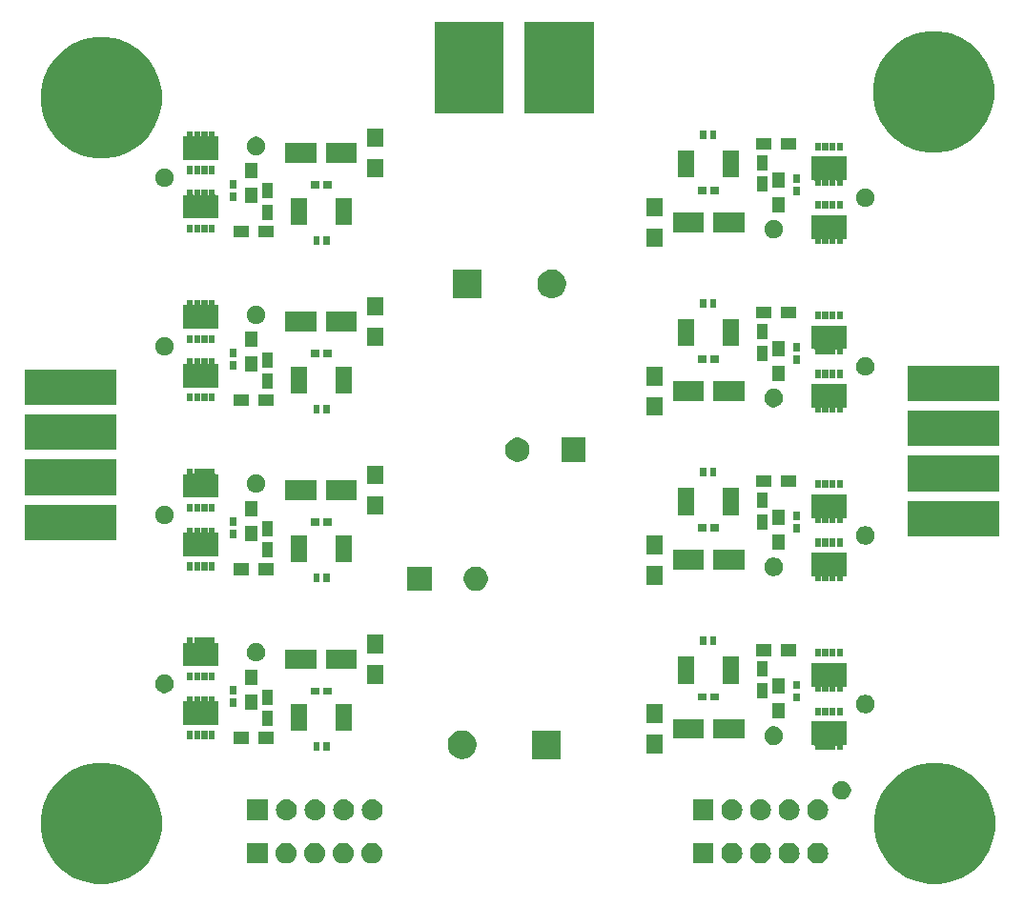
<source format=gts>
G04 #@! TF.GenerationSoftware,KiCad,Pcbnew,5.0.1*
G04 #@! TF.CreationDate,2018-12-04T22:41:10-05:00*
G04 #@! TF.ProjectId,peripherals,7065726970686572616C732E6B696361,rev?*
G04 #@! TF.SameCoordinates,Original*
G04 #@! TF.FileFunction,Soldermask,Top*
G04 #@! TF.FilePolarity,Negative*
%FSLAX46Y46*%
G04 Gerber Fmt 4.6, Leading zero omitted, Abs format (unit mm)*
G04 Created by KiCad (PCBNEW 5.0.1) date Tue 04 Dec 2018 10:41:10 PM EST*
%MOMM*%
%LPD*%
G01*
G04 APERTURE LIST*
%ADD10C,0.100000*%
G04 APERTURE END LIST*
D10*
G36*
X117568180Y-114830404D02*
X118546586Y-115235673D01*
X119427128Y-115824033D01*
X120175967Y-116572872D01*
X120764327Y-117453414D01*
X121169596Y-118431820D01*
X121376200Y-119470491D01*
X121376200Y-120529509D01*
X121169596Y-121568180D01*
X120764327Y-122546586D01*
X120175967Y-123427128D01*
X119427128Y-124175967D01*
X118546586Y-124764327D01*
X117568180Y-125169596D01*
X116529509Y-125376200D01*
X115470491Y-125376200D01*
X114431820Y-125169596D01*
X113453414Y-124764327D01*
X112572872Y-124175967D01*
X111824033Y-123427128D01*
X111235673Y-122546586D01*
X110830404Y-121568180D01*
X110623800Y-120529509D01*
X110623800Y-119470491D01*
X110830404Y-118431820D01*
X111235673Y-117453414D01*
X111824033Y-116572872D01*
X112572872Y-115824033D01*
X113453414Y-115235673D01*
X114431820Y-114830404D01*
X115470491Y-114623800D01*
X116529509Y-114623800D01*
X117568180Y-114830404D01*
X117568180Y-114830404D01*
G37*
G36*
X43568180Y-114830404D02*
X44546586Y-115235673D01*
X45427128Y-115824033D01*
X46175967Y-116572872D01*
X46764327Y-117453414D01*
X47169596Y-118431820D01*
X47376200Y-119470491D01*
X47376200Y-120529509D01*
X47169596Y-121568180D01*
X46764327Y-122546586D01*
X46175967Y-123427128D01*
X45427128Y-124175967D01*
X44546586Y-124764327D01*
X43568180Y-125169596D01*
X42529509Y-125376200D01*
X41470491Y-125376200D01*
X40431820Y-125169596D01*
X39453414Y-124764327D01*
X38572872Y-124175967D01*
X37824033Y-123427128D01*
X37235673Y-122546586D01*
X36830404Y-121568180D01*
X36623800Y-120529509D01*
X36623800Y-119470491D01*
X36830404Y-118431820D01*
X37235673Y-117453414D01*
X37824033Y-116572872D01*
X38572872Y-115824033D01*
X39453414Y-115235673D01*
X40431820Y-114830404D01*
X41470491Y-114623800D01*
X42529509Y-114623800D01*
X43568180Y-114830404D01*
X43568180Y-114830404D01*
G37*
G36*
X105791563Y-121737201D02*
X105791566Y-121737202D01*
X105791567Y-121737202D01*
X105966156Y-121790163D01*
X106127059Y-121876167D01*
X106127061Y-121876168D01*
X106127060Y-121876168D01*
X106268091Y-121991909D01*
X106383832Y-122132940D01*
X106469837Y-122293844D01*
X106522799Y-122468437D01*
X106540682Y-122650000D01*
X106522799Y-122831563D01*
X106522798Y-122831566D01*
X106522798Y-122831567D01*
X106469837Y-123006156D01*
X106383833Y-123167059D01*
X106268091Y-123308091D01*
X106127059Y-123423833D01*
X105966156Y-123509837D01*
X105791567Y-123562798D01*
X105791566Y-123562798D01*
X105791563Y-123562799D01*
X105655501Y-123576200D01*
X105564499Y-123576200D01*
X105428437Y-123562799D01*
X105428434Y-123562798D01*
X105428433Y-123562798D01*
X105253844Y-123509837D01*
X105092941Y-123423833D01*
X104951909Y-123308091D01*
X104836167Y-123167059D01*
X104750163Y-123006156D01*
X104697202Y-122831567D01*
X104697202Y-122831566D01*
X104697201Y-122831563D01*
X104679318Y-122650000D01*
X104697201Y-122468437D01*
X104750163Y-122293844D01*
X104836168Y-122132940D01*
X104951909Y-121991909D01*
X105092940Y-121876168D01*
X105092939Y-121876168D01*
X105092941Y-121876167D01*
X105253844Y-121790163D01*
X105428433Y-121737202D01*
X105428434Y-121737202D01*
X105428437Y-121737201D01*
X105564499Y-121723800D01*
X105655501Y-121723800D01*
X105791563Y-121737201D01*
X105791563Y-121737201D01*
G37*
G36*
X98171563Y-121737201D02*
X98171566Y-121737202D01*
X98171567Y-121737202D01*
X98346156Y-121790163D01*
X98507059Y-121876167D01*
X98507061Y-121876168D01*
X98507060Y-121876168D01*
X98648091Y-121991909D01*
X98763832Y-122132940D01*
X98849837Y-122293844D01*
X98902799Y-122468437D01*
X98920682Y-122650000D01*
X98902799Y-122831563D01*
X98902798Y-122831566D01*
X98902798Y-122831567D01*
X98849837Y-123006156D01*
X98763833Y-123167059D01*
X98648091Y-123308091D01*
X98507059Y-123423833D01*
X98346156Y-123509837D01*
X98171567Y-123562798D01*
X98171566Y-123562798D01*
X98171563Y-123562799D01*
X98035501Y-123576200D01*
X97944499Y-123576200D01*
X97808437Y-123562799D01*
X97808434Y-123562798D01*
X97808433Y-123562798D01*
X97633844Y-123509837D01*
X97472941Y-123423833D01*
X97331909Y-123308091D01*
X97216167Y-123167059D01*
X97130163Y-123006156D01*
X97077202Y-122831567D01*
X97077202Y-122831566D01*
X97077201Y-122831563D01*
X97059318Y-122650000D01*
X97077201Y-122468437D01*
X97130163Y-122293844D01*
X97216168Y-122132940D01*
X97331909Y-121991909D01*
X97472940Y-121876168D01*
X97472939Y-121876168D01*
X97472941Y-121876167D01*
X97633844Y-121790163D01*
X97808433Y-121737202D01*
X97808434Y-121737202D01*
X97808437Y-121737201D01*
X97944499Y-121723800D01*
X98035501Y-121723800D01*
X98171563Y-121737201D01*
X98171563Y-121737201D01*
G37*
G36*
X66191563Y-121737201D02*
X66191566Y-121737202D01*
X66191567Y-121737202D01*
X66366156Y-121790163D01*
X66527059Y-121876167D01*
X66527061Y-121876168D01*
X66527060Y-121876168D01*
X66668091Y-121991909D01*
X66783832Y-122132940D01*
X66869837Y-122293844D01*
X66922799Y-122468437D01*
X66940682Y-122650000D01*
X66922799Y-122831563D01*
X66922798Y-122831566D01*
X66922798Y-122831567D01*
X66869837Y-123006156D01*
X66783833Y-123167059D01*
X66668091Y-123308091D01*
X66527059Y-123423833D01*
X66366156Y-123509837D01*
X66191567Y-123562798D01*
X66191566Y-123562798D01*
X66191563Y-123562799D01*
X66055501Y-123576200D01*
X65964499Y-123576200D01*
X65828437Y-123562799D01*
X65828434Y-123562798D01*
X65828433Y-123562798D01*
X65653844Y-123509837D01*
X65492941Y-123423833D01*
X65351909Y-123308091D01*
X65236167Y-123167059D01*
X65150163Y-123006156D01*
X65097202Y-122831567D01*
X65097202Y-122831566D01*
X65097201Y-122831563D01*
X65079318Y-122650000D01*
X65097201Y-122468437D01*
X65150163Y-122293844D01*
X65236168Y-122132940D01*
X65351909Y-121991909D01*
X65492940Y-121876168D01*
X65492939Y-121876168D01*
X65492941Y-121876167D01*
X65653844Y-121790163D01*
X65828433Y-121737202D01*
X65828434Y-121737202D01*
X65828437Y-121737201D01*
X65964499Y-121723800D01*
X66055501Y-121723800D01*
X66191563Y-121737201D01*
X66191563Y-121737201D01*
G37*
G36*
X63651563Y-121737201D02*
X63651566Y-121737202D01*
X63651567Y-121737202D01*
X63826156Y-121790163D01*
X63987059Y-121876167D01*
X63987061Y-121876168D01*
X63987060Y-121876168D01*
X64128091Y-121991909D01*
X64243832Y-122132940D01*
X64329837Y-122293844D01*
X64382799Y-122468437D01*
X64400682Y-122650000D01*
X64382799Y-122831563D01*
X64382798Y-122831566D01*
X64382798Y-122831567D01*
X64329837Y-123006156D01*
X64243833Y-123167059D01*
X64128091Y-123308091D01*
X63987059Y-123423833D01*
X63826156Y-123509837D01*
X63651567Y-123562798D01*
X63651566Y-123562798D01*
X63651563Y-123562799D01*
X63515501Y-123576200D01*
X63424499Y-123576200D01*
X63288437Y-123562799D01*
X63288434Y-123562798D01*
X63288433Y-123562798D01*
X63113844Y-123509837D01*
X62952941Y-123423833D01*
X62811909Y-123308091D01*
X62696167Y-123167059D01*
X62610163Y-123006156D01*
X62557202Y-122831567D01*
X62557202Y-122831566D01*
X62557201Y-122831563D01*
X62539318Y-122650000D01*
X62557201Y-122468437D01*
X62610163Y-122293844D01*
X62696168Y-122132940D01*
X62811909Y-121991909D01*
X62952940Y-121876168D01*
X62952939Y-121876168D01*
X62952941Y-121876167D01*
X63113844Y-121790163D01*
X63288433Y-121737202D01*
X63288434Y-121737202D01*
X63288437Y-121737201D01*
X63424499Y-121723800D01*
X63515501Y-121723800D01*
X63651563Y-121737201D01*
X63651563Y-121737201D01*
G37*
G36*
X61111563Y-121737201D02*
X61111566Y-121737202D01*
X61111567Y-121737202D01*
X61286156Y-121790163D01*
X61447059Y-121876167D01*
X61447061Y-121876168D01*
X61447060Y-121876168D01*
X61588091Y-121991909D01*
X61703832Y-122132940D01*
X61789837Y-122293844D01*
X61842799Y-122468437D01*
X61860682Y-122650000D01*
X61842799Y-122831563D01*
X61842798Y-122831566D01*
X61842798Y-122831567D01*
X61789837Y-123006156D01*
X61703833Y-123167059D01*
X61588091Y-123308091D01*
X61447059Y-123423833D01*
X61286156Y-123509837D01*
X61111567Y-123562798D01*
X61111566Y-123562798D01*
X61111563Y-123562799D01*
X60975501Y-123576200D01*
X60884499Y-123576200D01*
X60748437Y-123562799D01*
X60748434Y-123562798D01*
X60748433Y-123562798D01*
X60573844Y-123509837D01*
X60412941Y-123423833D01*
X60271909Y-123308091D01*
X60156167Y-123167059D01*
X60070163Y-123006156D01*
X60017202Y-122831567D01*
X60017202Y-122831566D01*
X60017201Y-122831563D01*
X59999318Y-122650000D01*
X60017201Y-122468437D01*
X60070163Y-122293844D01*
X60156168Y-122132940D01*
X60271909Y-121991909D01*
X60412940Y-121876168D01*
X60412939Y-121876168D01*
X60412941Y-121876167D01*
X60573844Y-121790163D01*
X60748433Y-121737202D01*
X60748434Y-121737202D01*
X60748437Y-121737201D01*
X60884499Y-121723800D01*
X60975501Y-121723800D01*
X61111563Y-121737201D01*
X61111563Y-121737201D01*
G37*
G36*
X58571563Y-121737201D02*
X58571566Y-121737202D01*
X58571567Y-121737202D01*
X58746156Y-121790163D01*
X58907059Y-121876167D01*
X58907061Y-121876168D01*
X58907060Y-121876168D01*
X59048091Y-121991909D01*
X59163832Y-122132940D01*
X59249837Y-122293844D01*
X59302799Y-122468437D01*
X59320682Y-122650000D01*
X59302799Y-122831563D01*
X59302798Y-122831566D01*
X59302798Y-122831567D01*
X59249837Y-123006156D01*
X59163833Y-123167059D01*
X59048091Y-123308091D01*
X58907059Y-123423833D01*
X58746156Y-123509837D01*
X58571567Y-123562798D01*
X58571566Y-123562798D01*
X58571563Y-123562799D01*
X58435501Y-123576200D01*
X58344499Y-123576200D01*
X58208437Y-123562799D01*
X58208434Y-123562798D01*
X58208433Y-123562798D01*
X58033844Y-123509837D01*
X57872941Y-123423833D01*
X57731909Y-123308091D01*
X57616167Y-123167059D01*
X57530163Y-123006156D01*
X57477202Y-122831567D01*
X57477202Y-122831566D01*
X57477201Y-122831563D01*
X57459318Y-122650000D01*
X57477201Y-122468437D01*
X57530163Y-122293844D01*
X57616168Y-122132940D01*
X57731909Y-121991909D01*
X57872940Y-121876168D01*
X57872939Y-121876168D01*
X57872941Y-121876167D01*
X58033844Y-121790163D01*
X58208433Y-121737202D01*
X58208434Y-121737202D01*
X58208437Y-121737201D01*
X58344499Y-121723800D01*
X58435501Y-121723800D01*
X58571563Y-121737201D01*
X58571563Y-121737201D01*
G37*
G36*
X96376200Y-123576200D02*
X94523800Y-123576200D01*
X94523800Y-121723800D01*
X96376200Y-121723800D01*
X96376200Y-123576200D01*
X96376200Y-123576200D01*
G37*
G36*
X56776200Y-123576200D02*
X54923800Y-123576200D01*
X54923800Y-121723800D01*
X56776200Y-121723800D01*
X56776200Y-123576200D01*
X56776200Y-123576200D01*
G37*
G36*
X103251563Y-121737201D02*
X103251566Y-121737202D01*
X103251567Y-121737202D01*
X103426156Y-121790163D01*
X103587059Y-121876167D01*
X103587061Y-121876168D01*
X103587060Y-121876168D01*
X103728091Y-121991909D01*
X103843832Y-122132940D01*
X103929837Y-122293844D01*
X103982799Y-122468437D01*
X104000682Y-122650000D01*
X103982799Y-122831563D01*
X103982798Y-122831566D01*
X103982798Y-122831567D01*
X103929837Y-123006156D01*
X103843833Y-123167059D01*
X103728091Y-123308091D01*
X103587059Y-123423833D01*
X103426156Y-123509837D01*
X103251567Y-123562798D01*
X103251566Y-123562798D01*
X103251563Y-123562799D01*
X103115501Y-123576200D01*
X103024499Y-123576200D01*
X102888437Y-123562799D01*
X102888434Y-123562798D01*
X102888433Y-123562798D01*
X102713844Y-123509837D01*
X102552941Y-123423833D01*
X102411909Y-123308091D01*
X102296167Y-123167059D01*
X102210163Y-123006156D01*
X102157202Y-122831567D01*
X102157202Y-122831566D01*
X102157201Y-122831563D01*
X102139318Y-122650000D01*
X102157201Y-122468437D01*
X102210163Y-122293844D01*
X102296168Y-122132940D01*
X102411909Y-121991909D01*
X102552940Y-121876168D01*
X102552939Y-121876168D01*
X102552941Y-121876167D01*
X102713844Y-121790163D01*
X102888433Y-121737202D01*
X102888434Y-121737202D01*
X102888437Y-121737201D01*
X103024499Y-121723800D01*
X103115501Y-121723800D01*
X103251563Y-121737201D01*
X103251563Y-121737201D01*
G37*
G36*
X100711563Y-121737201D02*
X100711566Y-121737202D01*
X100711567Y-121737202D01*
X100886156Y-121790163D01*
X101047059Y-121876167D01*
X101047061Y-121876168D01*
X101047060Y-121876168D01*
X101188091Y-121991909D01*
X101303832Y-122132940D01*
X101389837Y-122293844D01*
X101442799Y-122468437D01*
X101460682Y-122650000D01*
X101442799Y-122831563D01*
X101442798Y-122831566D01*
X101442798Y-122831567D01*
X101389837Y-123006156D01*
X101303833Y-123167059D01*
X101188091Y-123308091D01*
X101047059Y-123423833D01*
X100886156Y-123509837D01*
X100711567Y-123562798D01*
X100711566Y-123562798D01*
X100711563Y-123562799D01*
X100575501Y-123576200D01*
X100484499Y-123576200D01*
X100348437Y-123562799D01*
X100348434Y-123562798D01*
X100348433Y-123562798D01*
X100173844Y-123509837D01*
X100012941Y-123423833D01*
X99871909Y-123308091D01*
X99756167Y-123167059D01*
X99670163Y-123006156D01*
X99617202Y-122831567D01*
X99617202Y-122831566D01*
X99617201Y-122831563D01*
X99599318Y-122650000D01*
X99617201Y-122468437D01*
X99670163Y-122293844D01*
X99756168Y-122132940D01*
X99871909Y-121991909D01*
X100012940Y-121876168D01*
X100012939Y-121876168D01*
X100012941Y-121876167D01*
X100173844Y-121790163D01*
X100348433Y-121737202D01*
X100348434Y-121737202D01*
X100348437Y-121737201D01*
X100484499Y-121723800D01*
X100575501Y-121723800D01*
X100711563Y-121737201D01*
X100711563Y-121737201D01*
G37*
G36*
X96376200Y-119726200D02*
X94523800Y-119726200D01*
X94523800Y-117873800D01*
X96376200Y-117873800D01*
X96376200Y-119726200D01*
X96376200Y-119726200D01*
G37*
G36*
X63701563Y-117887201D02*
X63701566Y-117887202D01*
X63701567Y-117887202D01*
X63876156Y-117940163D01*
X64037059Y-118026167D01*
X64037061Y-118026168D01*
X64037060Y-118026168D01*
X64178091Y-118141909D01*
X64293832Y-118282940D01*
X64379837Y-118443844D01*
X64432799Y-118618437D01*
X64450682Y-118800000D01*
X64432799Y-118981563D01*
X64432798Y-118981566D01*
X64432798Y-118981567D01*
X64379837Y-119156156D01*
X64293833Y-119317059D01*
X64178091Y-119458091D01*
X64037059Y-119573833D01*
X63876156Y-119659837D01*
X63701567Y-119712798D01*
X63701566Y-119712798D01*
X63701563Y-119712799D01*
X63565501Y-119726200D01*
X63474499Y-119726200D01*
X63338437Y-119712799D01*
X63338434Y-119712798D01*
X63338433Y-119712798D01*
X63163844Y-119659837D01*
X63002941Y-119573833D01*
X62861909Y-119458091D01*
X62746167Y-119317059D01*
X62660163Y-119156156D01*
X62607202Y-118981567D01*
X62607202Y-118981566D01*
X62607201Y-118981563D01*
X62589318Y-118800000D01*
X62607201Y-118618437D01*
X62660163Y-118443844D01*
X62746168Y-118282940D01*
X62861909Y-118141909D01*
X63002940Y-118026168D01*
X63002939Y-118026168D01*
X63002941Y-118026167D01*
X63163844Y-117940163D01*
X63338433Y-117887202D01*
X63338434Y-117887202D01*
X63338437Y-117887201D01*
X63474499Y-117873800D01*
X63565501Y-117873800D01*
X63701563Y-117887201D01*
X63701563Y-117887201D01*
G37*
G36*
X98171563Y-117887201D02*
X98171566Y-117887202D01*
X98171567Y-117887202D01*
X98346156Y-117940163D01*
X98507059Y-118026167D01*
X98507061Y-118026168D01*
X98507060Y-118026168D01*
X98648091Y-118141909D01*
X98763832Y-118282940D01*
X98849837Y-118443844D01*
X98902799Y-118618437D01*
X98920682Y-118800000D01*
X98902799Y-118981563D01*
X98902798Y-118981566D01*
X98902798Y-118981567D01*
X98849837Y-119156156D01*
X98763833Y-119317059D01*
X98648091Y-119458091D01*
X98507059Y-119573833D01*
X98346156Y-119659837D01*
X98171567Y-119712798D01*
X98171566Y-119712798D01*
X98171563Y-119712799D01*
X98035501Y-119726200D01*
X97944499Y-119726200D01*
X97808437Y-119712799D01*
X97808434Y-119712798D01*
X97808433Y-119712798D01*
X97633844Y-119659837D01*
X97472941Y-119573833D01*
X97331909Y-119458091D01*
X97216167Y-119317059D01*
X97130163Y-119156156D01*
X97077202Y-118981567D01*
X97077202Y-118981566D01*
X97077201Y-118981563D01*
X97059318Y-118800000D01*
X97077201Y-118618437D01*
X97130163Y-118443844D01*
X97216168Y-118282940D01*
X97331909Y-118141909D01*
X97472940Y-118026168D01*
X97472939Y-118026168D01*
X97472941Y-118026167D01*
X97633844Y-117940163D01*
X97808433Y-117887202D01*
X97808434Y-117887202D01*
X97808437Y-117887201D01*
X97944499Y-117873800D01*
X98035501Y-117873800D01*
X98171563Y-117887201D01*
X98171563Y-117887201D01*
G37*
G36*
X100711563Y-117887201D02*
X100711566Y-117887202D01*
X100711567Y-117887202D01*
X100886156Y-117940163D01*
X101047059Y-118026167D01*
X101047061Y-118026168D01*
X101047060Y-118026168D01*
X101188091Y-118141909D01*
X101303832Y-118282940D01*
X101389837Y-118443844D01*
X101442799Y-118618437D01*
X101460682Y-118800000D01*
X101442799Y-118981563D01*
X101442798Y-118981566D01*
X101442798Y-118981567D01*
X101389837Y-119156156D01*
X101303833Y-119317059D01*
X101188091Y-119458091D01*
X101047059Y-119573833D01*
X100886156Y-119659837D01*
X100711567Y-119712798D01*
X100711566Y-119712798D01*
X100711563Y-119712799D01*
X100575501Y-119726200D01*
X100484499Y-119726200D01*
X100348437Y-119712799D01*
X100348434Y-119712798D01*
X100348433Y-119712798D01*
X100173844Y-119659837D01*
X100012941Y-119573833D01*
X99871909Y-119458091D01*
X99756167Y-119317059D01*
X99670163Y-119156156D01*
X99617202Y-118981567D01*
X99617202Y-118981566D01*
X99617201Y-118981563D01*
X99599318Y-118800000D01*
X99617201Y-118618437D01*
X99670163Y-118443844D01*
X99756168Y-118282940D01*
X99871909Y-118141909D01*
X100012940Y-118026168D01*
X100012939Y-118026168D01*
X100012941Y-118026167D01*
X100173844Y-117940163D01*
X100348433Y-117887202D01*
X100348434Y-117887202D01*
X100348437Y-117887201D01*
X100484499Y-117873800D01*
X100575501Y-117873800D01*
X100711563Y-117887201D01*
X100711563Y-117887201D01*
G37*
G36*
X103251563Y-117887201D02*
X103251566Y-117887202D01*
X103251567Y-117887202D01*
X103426156Y-117940163D01*
X103587059Y-118026167D01*
X103587061Y-118026168D01*
X103587060Y-118026168D01*
X103728091Y-118141909D01*
X103843832Y-118282940D01*
X103929837Y-118443844D01*
X103982799Y-118618437D01*
X104000682Y-118800000D01*
X103982799Y-118981563D01*
X103982798Y-118981566D01*
X103982798Y-118981567D01*
X103929837Y-119156156D01*
X103843833Y-119317059D01*
X103728091Y-119458091D01*
X103587059Y-119573833D01*
X103426156Y-119659837D01*
X103251567Y-119712798D01*
X103251566Y-119712798D01*
X103251563Y-119712799D01*
X103115501Y-119726200D01*
X103024499Y-119726200D01*
X102888437Y-119712799D01*
X102888434Y-119712798D01*
X102888433Y-119712798D01*
X102713844Y-119659837D01*
X102552941Y-119573833D01*
X102411909Y-119458091D01*
X102296167Y-119317059D01*
X102210163Y-119156156D01*
X102157202Y-118981567D01*
X102157202Y-118981566D01*
X102157201Y-118981563D01*
X102139318Y-118800000D01*
X102157201Y-118618437D01*
X102210163Y-118443844D01*
X102296168Y-118282940D01*
X102411909Y-118141909D01*
X102552940Y-118026168D01*
X102552939Y-118026168D01*
X102552941Y-118026167D01*
X102713844Y-117940163D01*
X102888433Y-117887202D01*
X102888434Y-117887202D01*
X102888437Y-117887201D01*
X103024499Y-117873800D01*
X103115501Y-117873800D01*
X103251563Y-117887201D01*
X103251563Y-117887201D01*
G37*
G36*
X105791563Y-117887201D02*
X105791566Y-117887202D01*
X105791567Y-117887202D01*
X105966156Y-117940163D01*
X106127059Y-118026167D01*
X106127061Y-118026168D01*
X106127060Y-118026168D01*
X106268091Y-118141909D01*
X106383832Y-118282940D01*
X106469837Y-118443844D01*
X106522799Y-118618437D01*
X106540682Y-118800000D01*
X106522799Y-118981563D01*
X106522798Y-118981566D01*
X106522798Y-118981567D01*
X106469837Y-119156156D01*
X106383833Y-119317059D01*
X106268091Y-119458091D01*
X106127059Y-119573833D01*
X105966156Y-119659837D01*
X105791567Y-119712798D01*
X105791566Y-119712798D01*
X105791563Y-119712799D01*
X105655501Y-119726200D01*
X105564499Y-119726200D01*
X105428437Y-119712799D01*
X105428434Y-119712798D01*
X105428433Y-119712798D01*
X105253844Y-119659837D01*
X105092941Y-119573833D01*
X104951909Y-119458091D01*
X104836167Y-119317059D01*
X104750163Y-119156156D01*
X104697202Y-118981567D01*
X104697202Y-118981566D01*
X104697201Y-118981563D01*
X104679318Y-118800000D01*
X104697201Y-118618437D01*
X104750163Y-118443844D01*
X104836168Y-118282940D01*
X104951909Y-118141909D01*
X105092940Y-118026168D01*
X105092939Y-118026168D01*
X105092941Y-118026167D01*
X105253844Y-117940163D01*
X105428433Y-117887202D01*
X105428434Y-117887202D01*
X105428437Y-117887201D01*
X105564499Y-117873800D01*
X105655501Y-117873800D01*
X105791563Y-117887201D01*
X105791563Y-117887201D01*
G37*
G36*
X66241563Y-117887201D02*
X66241566Y-117887202D01*
X66241567Y-117887202D01*
X66416156Y-117940163D01*
X66577059Y-118026167D01*
X66577061Y-118026168D01*
X66577060Y-118026168D01*
X66718091Y-118141909D01*
X66833832Y-118282940D01*
X66919837Y-118443844D01*
X66972799Y-118618437D01*
X66990682Y-118800000D01*
X66972799Y-118981563D01*
X66972798Y-118981566D01*
X66972798Y-118981567D01*
X66919837Y-119156156D01*
X66833833Y-119317059D01*
X66718091Y-119458091D01*
X66577059Y-119573833D01*
X66416156Y-119659837D01*
X66241567Y-119712798D01*
X66241566Y-119712798D01*
X66241563Y-119712799D01*
X66105501Y-119726200D01*
X66014499Y-119726200D01*
X65878437Y-119712799D01*
X65878434Y-119712798D01*
X65878433Y-119712798D01*
X65703844Y-119659837D01*
X65542941Y-119573833D01*
X65401909Y-119458091D01*
X65286167Y-119317059D01*
X65200163Y-119156156D01*
X65147202Y-118981567D01*
X65147202Y-118981566D01*
X65147201Y-118981563D01*
X65129318Y-118800000D01*
X65147201Y-118618437D01*
X65200163Y-118443844D01*
X65286168Y-118282940D01*
X65401909Y-118141909D01*
X65542940Y-118026168D01*
X65542939Y-118026168D01*
X65542941Y-118026167D01*
X65703844Y-117940163D01*
X65878433Y-117887202D01*
X65878434Y-117887202D01*
X65878437Y-117887201D01*
X66014499Y-117873800D01*
X66105501Y-117873800D01*
X66241563Y-117887201D01*
X66241563Y-117887201D01*
G37*
G36*
X61161563Y-117887201D02*
X61161566Y-117887202D01*
X61161567Y-117887202D01*
X61336156Y-117940163D01*
X61497059Y-118026167D01*
X61497061Y-118026168D01*
X61497060Y-118026168D01*
X61638091Y-118141909D01*
X61753832Y-118282940D01*
X61839837Y-118443844D01*
X61892799Y-118618437D01*
X61910682Y-118800000D01*
X61892799Y-118981563D01*
X61892798Y-118981566D01*
X61892798Y-118981567D01*
X61839837Y-119156156D01*
X61753833Y-119317059D01*
X61638091Y-119458091D01*
X61497059Y-119573833D01*
X61336156Y-119659837D01*
X61161567Y-119712798D01*
X61161566Y-119712798D01*
X61161563Y-119712799D01*
X61025501Y-119726200D01*
X60934499Y-119726200D01*
X60798437Y-119712799D01*
X60798434Y-119712798D01*
X60798433Y-119712798D01*
X60623844Y-119659837D01*
X60462941Y-119573833D01*
X60321909Y-119458091D01*
X60206167Y-119317059D01*
X60120163Y-119156156D01*
X60067202Y-118981567D01*
X60067202Y-118981566D01*
X60067201Y-118981563D01*
X60049318Y-118800000D01*
X60067201Y-118618437D01*
X60120163Y-118443844D01*
X60206168Y-118282940D01*
X60321909Y-118141909D01*
X60462940Y-118026168D01*
X60462939Y-118026168D01*
X60462941Y-118026167D01*
X60623844Y-117940163D01*
X60798433Y-117887202D01*
X60798434Y-117887202D01*
X60798437Y-117887201D01*
X60934499Y-117873800D01*
X61025501Y-117873800D01*
X61161563Y-117887201D01*
X61161563Y-117887201D01*
G37*
G36*
X58621563Y-117887201D02*
X58621566Y-117887202D01*
X58621567Y-117887202D01*
X58796156Y-117940163D01*
X58957059Y-118026167D01*
X58957061Y-118026168D01*
X58957060Y-118026168D01*
X59098091Y-118141909D01*
X59213832Y-118282940D01*
X59299837Y-118443844D01*
X59352799Y-118618437D01*
X59370682Y-118800000D01*
X59352799Y-118981563D01*
X59352798Y-118981566D01*
X59352798Y-118981567D01*
X59299837Y-119156156D01*
X59213833Y-119317059D01*
X59098091Y-119458091D01*
X58957059Y-119573833D01*
X58796156Y-119659837D01*
X58621567Y-119712798D01*
X58621566Y-119712798D01*
X58621563Y-119712799D01*
X58485501Y-119726200D01*
X58394499Y-119726200D01*
X58258437Y-119712799D01*
X58258434Y-119712798D01*
X58258433Y-119712798D01*
X58083844Y-119659837D01*
X57922941Y-119573833D01*
X57781909Y-119458091D01*
X57666167Y-119317059D01*
X57580163Y-119156156D01*
X57527202Y-118981567D01*
X57527202Y-118981566D01*
X57527201Y-118981563D01*
X57509318Y-118800000D01*
X57527201Y-118618437D01*
X57580163Y-118443844D01*
X57666168Y-118282940D01*
X57781909Y-118141909D01*
X57922940Y-118026168D01*
X57922939Y-118026168D01*
X57922941Y-118026167D01*
X58083844Y-117940163D01*
X58258433Y-117887202D01*
X58258434Y-117887202D01*
X58258437Y-117887201D01*
X58394499Y-117873800D01*
X58485501Y-117873800D01*
X58621563Y-117887201D01*
X58621563Y-117887201D01*
G37*
G36*
X56826200Y-119726200D02*
X54973800Y-119726200D01*
X54973800Y-117873800D01*
X56826200Y-117873800D01*
X56826200Y-119726200D01*
X56826200Y-119726200D01*
G37*
G36*
X107990994Y-116255550D02*
X108141353Y-116317831D01*
X108276672Y-116408248D01*
X108391752Y-116523328D01*
X108482169Y-116658647D01*
X108544450Y-116809006D01*
X108576200Y-116968626D01*
X108576200Y-117131374D01*
X108544450Y-117290994D01*
X108482169Y-117441353D01*
X108391752Y-117576672D01*
X108276672Y-117691752D01*
X108141353Y-117782169D01*
X107990994Y-117844450D01*
X107831374Y-117876200D01*
X107668626Y-117876200D01*
X107509006Y-117844450D01*
X107358647Y-117782169D01*
X107223328Y-117691752D01*
X107108248Y-117576672D01*
X107017831Y-117441353D01*
X106955550Y-117290994D01*
X106923800Y-117131374D01*
X106923800Y-116968626D01*
X106955550Y-116809006D01*
X107017831Y-116658647D01*
X107108248Y-116523328D01*
X107223328Y-116408248D01*
X107358647Y-116317831D01*
X107509006Y-116255550D01*
X107668626Y-116223800D01*
X107831374Y-116223800D01*
X107990994Y-116255550D01*
X107990994Y-116255550D01*
G37*
G36*
X74257881Y-111740148D02*
X74422256Y-111772844D01*
X74654505Y-111869045D01*
X74654507Y-111869046D01*
X74789141Y-111959006D01*
X74863531Y-112008712D01*
X75041288Y-112186469D01*
X75180955Y-112395495D01*
X75277156Y-112627744D01*
X75326200Y-112874306D01*
X75326200Y-113125694D01*
X75277156Y-113372256D01*
X75192679Y-113576200D01*
X75180954Y-113604507D01*
X75041289Y-113813530D01*
X74863530Y-113991289D01*
X74654507Y-114130954D01*
X74654506Y-114130955D01*
X74654505Y-114130955D01*
X74422256Y-114227156D01*
X74257881Y-114259852D01*
X74175695Y-114276200D01*
X73924305Y-114276200D01*
X73842119Y-114259852D01*
X73677744Y-114227156D01*
X73445495Y-114130955D01*
X73445494Y-114130955D01*
X73445493Y-114130954D01*
X73236470Y-113991289D01*
X73058711Y-113813530D01*
X72919046Y-113604507D01*
X72907321Y-113576200D01*
X72822844Y-113372256D01*
X72773800Y-113125694D01*
X72773800Y-112874306D01*
X72822844Y-112627744D01*
X72919045Y-112395495D01*
X73058712Y-112186469D01*
X73236469Y-112008712D01*
X73310859Y-111959006D01*
X73445493Y-111869046D01*
X73445495Y-111869045D01*
X73677744Y-111772844D01*
X73842119Y-111740148D01*
X73924305Y-111723800D01*
X74175695Y-111723800D01*
X74257881Y-111740148D01*
X74257881Y-111740148D01*
G37*
G36*
X82826200Y-114276200D02*
X80273800Y-114276200D01*
X80273800Y-111723800D01*
X82826200Y-111723800D01*
X82826200Y-114276200D01*
X82826200Y-114276200D01*
G37*
G36*
X91826200Y-113776200D02*
X90373800Y-113776200D01*
X90373800Y-112123800D01*
X91826200Y-112123800D01*
X91826200Y-113776200D01*
X91826200Y-113776200D01*
G37*
G36*
X61376200Y-113576200D02*
X60823800Y-113576200D01*
X60823800Y-112823800D01*
X61376200Y-112823800D01*
X61376200Y-113576200D01*
X61376200Y-113576200D01*
G37*
G36*
X62276200Y-113576200D02*
X61723800Y-113576200D01*
X61723800Y-112823800D01*
X62276200Y-112823800D01*
X62276200Y-113576200D01*
X62276200Y-113576200D01*
G37*
G36*
X108150000Y-113050000D02*
X107890800Y-113050000D01*
X107880889Y-113050976D01*
X107871360Y-113053867D01*
X107862577Y-113058561D01*
X107854879Y-113064879D01*
X107848561Y-113072577D01*
X107843867Y-113081360D01*
X107840976Y-113090889D01*
X107840000Y-113100800D01*
X107840000Y-113500000D01*
X107310000Y-113500000D01*
X107310000Y-113100800D01*
X107309024Y-113090889D01*
X107306133Y-113081360D01*
X107301439Y-113072577D01*
X107295121Y-113064879D01*
X107287423Y-113058561D01*
X107278640Y-113053867D01*
X107269111Y-113050976D01*
X107259200Y-113050000D01*
X107240800Y-113050000D01*
X107230889Y-113050976D01*
X107221360Y-113053867D01*
X107212577Y-113058561D01*
X107204879Y-113064879D01*
X107198561Y-113072577D01*
X107193867Y-113081360D01*
X107190976Y-113090889D01*
X107190000Y-113100800D01*
X107190000Y-113500000D01*
X106660000Y-113500000D01*
X106660000Y-113100800D01*
X106659024Y-113090889D01*
X106656133Y-113081360D01*
X106651439Y-113072577D01*
X106645121Y-113064879D01*
X106637423Y-113058561D01*
X106628640Y-113053867D01*
X106619111Y-113050976D01*
X106609200Y-113050000D01*
X106590800Y-113050000D01*
X106580889Y-113050976D01*
X106571360Y-113053867D01*
X106562577Y-113058561D01*
X106554879Y-113064879D01*
X106548561Y-113072577D01*
X106543867Y-113081360D01*
X106540976Y-113090889D01*
X106540000Y-113100800D01*
X106540000Y-113500000D01*
X106010000Y-113500000D01*
X106010000Y-113100800D01*
X106009024Y-113090889D01*
X106006133Y-113081360D01*
X106001439Y-113072577D01*
X105995121Y-113064879D01*
X105987423Y-113058561D01*
X105978640Y-113053867D01*
X105969111Y-113050976D01*
X105959200Y-113050000D01*
X105940800Y-113050000D01*
X105930889Y-113050976D01*
X105921360Y-113053867D01*
X105912577Y-113058561D01*
X105904879Y-113064879D01*
X105898561Y-113072577D01*
X105893867Y-113081360D01*
X105890976Y-113090889D01*
X105890000Y-113100800D01*
X105890000Y-113500000D01*
X105360000Y-113500000D01*
X105360000Y-113100800D01*
X105359024Y-113090889D01*
X105356133Y-113081360D01*
X105351439Y-113072577D01*
X105345121Y-113064879D01*
X105337423Y-113058561D01*
X105328640Y-113053867D01*
X105319111Y-113050976D01*
X105309200Y-113050000D01*
X105050000Y-113050000D01*
X105050000Y-110950000D01*
X108150000Y-110950000D01*
X108150000Y-113050000D01*
X108150000Y-113050000D01*
G37*
G36*
X101940994Y-111405550D02*
X102091353Y-111467831D01*
X102226672Y-111558248D01*
X102341752Y-111673328D01*
X102432169Y-111808647D01*
X102494450Y-111959006D01*
X102526200Y-112118626D01*
X102526200Y-112281374D01*
X102494450Y-112440994D01*
X102432169Y-112591353D01*
X102341752Y-112726672D01*
X102226672Y-112841752D01*
X102091353Y-112932169D01*
X101940994Y-112994450D01*
X101781374Y-113026200D01*
X101618626Y-113026200D01*
X101459006Y-112994450D01*
X101308647Y-112932169D01*
X101173328Y-112841752D01*
X101058248Y-112726672D01*
X100967831Y-112591353D01*
X100905550Y-112440994D01*
X100873800Y-112281374D01*
X100873800Y-112118626D01*
X100905550Y-111959006D01*
X100967831Y-111808647D01*
X101058248Y-111673328D01*
X101173328Y-111558248D01*
X101308647Y-111467831D01*
X101459006Y-111405550D01*
X101618626Y-111373800D01*
X101781374Y-111373800D01*
X101940994Y-111405550D01*
X101940994Y-111405550D01*
G37*
G36*
X57276200Y-112926200D02*
X55923800Y-112926200D01*
X55923800Y-111873800D01*
X57276200Y-111873800D01*
X57276200Y-112926200D01*
X57276200Y-112926200D01*
G37*
G36*
X55076200Y-112926200D02*
X53723800Y-112926200D01*
X53723800Y-111873800D01*
X55076200Y-111873800D01*
X55076200Y-112926200D01*
X55076200Y-112926200D01*
G37*
G36*
X52090000Y-112500000D02*
X51560000Y-112500000D01*
X51560000Y-111800000D01*
X52090000Y-111800000D01*
X52090000Y-112500000D01*
X52090000Y-112500000D01*
G37*
G36*
X51440000Y-112500000D02*
X50910000Y-112500000D01*
X50910000Y-111800000D01*
X51440000Y-111800000D01*
X51440000Y-112500000D01*
X51440000Y-112500000D01*
G37*
G36*
X50790000Y-112500000D02*
X50260000Y-112500000D01*
X50260000Y-111800000D01*
X50790000Y-111800000D01*
X50790000Y-112500000D01*
X50790000Y-112500000D01*
G37*
G36*
X50140000Y-112500000D02*
X49610000Y-112500000D01*
X49610000Y-111800000D01*
X50140000Y-111800000D01*
X50140000Y-112500000D01*
X50140000Y-112500000D01*
G37*
G36*
X95501199Y-112471199D02*
X92748799Y-112471199D01*
X92748799Y-110718799D01*
X95501199Y-110718799D01*
X95501199Y-112471199D01*
X95501199Y-112471199D01*
G37*
G36*
X99101199Y-112471199D02*
X96348799Y-112471199D01*
X96348799Y-110718799D01*
X99101199Y-110718799D01*
X99101199Y-112471199D01*
X99101199Y-112471199D01*
G37*
G36*
X60300000Y-111800000D02*
X58850000Y-111800000D01*
X58850000Y-109400000D01*
X60300000Y-109400000D01*
X60300000Y-111800000D01*
X60300000Y-111800000D01*
G37*
G36*
X64250000Y-111800000D02*
X62800000Y-111800000D01*
X62800000Y-109400000D01*
X64250000Y-109400000D01*
X64250000Y-111800000D01*
X64250000Y-111800000D01*
G37*
G36*
X57201200Y-111376200D02*
X56298800Y-111376200D01*
X56298800Y-110023800D01*
X57201200Y-110023800D01*
X57201200Y-111376200D01*
X57201200Y-111376200D01*
G37*
G36*
X50140000Y-109099200D02*
X50140976Y-109109111D01*
X50143867Y-109118640D01*
X50148561Y-109127423D01*
X50154879Y-109135121D01*
X50162577Y-109141439D01*
X50171360Y-109146133D01*
X50180889Y-109149024D01*
X50190800Y-109150000D01*
X50209200Y-109150000D01*
X50219111Y-109149024D01*
X50228640Y-109146133D01*
X50237423Y-109141439D01*
X50245121Y-109135121D01*
X50251439Y-109127423D01*
X50256133Y-109118640D01*
X50259024Y-109109111D01*
X50260000Y-109099200D01*
X50260000Y-108700000D01*
X50790000Y-108700000D01*
X50790000Y-109099200D01*
X50790976Y-109109111D01*
X50793867Y-109118640D01*
X50798561Y-109127423D01*
X50804879Y-109135121D01*
X50812577Y-109141439D01*
X50821360Y-109146133D01*
X50830889Y-109149024D01*
X50840800Y-109150000D01*
X50859200Y-109150000D01*
X50869111Y-109149024D01*
X50878640Y-109146133D01*
X50887423Y-109141439D01*
X50895121Y-109135121D01*
X50901439Y-109127423D01*
X50906133Y-109118640D01*
X50909024Y-109109111D01*
X50910000Y-109099200D01*
X50910000Y-108700000D01*
X51440000Y-108700000D01*
X51440000Y-109099200D01*
X51440976Y-109109111D01*
X51443867Y-109118640D01*
X51448561Y-109127423D01*
X51454879Y-109135121D01*
X51462577Y-109141439D01*
X51471360Y-109146133D01*
X51480889Y-109149024D01*
X51490800Y-109150000D01*
X51509200Y-109150000D01*
X51519111Y-109149024D01*
X51528640Y-109146133D01*
X51537423Y-109141439D01*
X51545121Y-109135121D01*
X51551439Y-109127423D01*
X51556133Y-109118640D01*
X51559024Y-109109111D01*
X51560000Y-109099200D01*
X51560000Y-108700000D01*
X52090000Y-108700000D01*
X52090000Y-109099200D01*
X52090976Y-109109111D01*
X52093867Y-109118640D01*
X52098561Y-109127423D01*
X52104879Y-109135121D01*
X52112577Y-109141439D01*
X52121360Y-109146133D01*
X52130889Y-109149024D01*
X52140800Y-109150000D01*
X52400000Y-109150000D01*
X52400000Y-111250000D01*
X49300000Y-111250000D01*
X49300000Y-109150000D01*
X49559200Y-109150000D01*
X49569111Y-109149024D01*
X49578640Y-109146133D01*
X49587423Y-109141439D01*
X49595121Y-109135121D01*
X49601439Y-109127423D01*
X49606133Y-109118640D01*
X49609024Y-109109111D01*
X49610000Y-109099200D01*
X49610000Y-108700000D01*
X50140000Y-108700000D01*
X50140000Y-109099200D01*
X50140000Y-109099200D01*
G37*
G36*
X91826200Y-111076200D02*
X90373800Y-111076200D01*
X90373800Y-109423800D01*
X91826200Y-109423800D01*
X91826200Y-111076200D01*
X91826200Y-111076200D01*
G37*
G36*
X102676200Y-110676200D02*
X101623800Y-110676200D01*
X101623800Y-109323800D01*
X102676200Y-109323800D01*
X102676200Y-110676200D01*
X102676200Y-110676200D01*
G37*
G36*
X105890000Y-110400000D02*
X105360000Y-110400000D01*
X105360000Y-109700000D01*
X105890000Y-109700000D01*
X105890000Y-110400000D01*
X105890000Y-110400000D01*
G37*
G36*
X106540000Y-110400000D02*
X106010000Y-110400000D01*
X106010000Y-109700000D01*
X106540000Y-109700000D01*
X106540000Y-110400000D01*
X106540000Y-110400000D01*
G37*
G36*
X107190000Y-110400000D02*
X106660000Y-110400000D01*
X106660000Y-109700000D01*
X107190000Y-109700000D01*
X107190000Y-110400000D01*
X107190000Y-110400000D01*
G37*
G36*
X107840000Y-110400000D02*
X107310000Y-110400000D01*
X107310000Y-109700000D01*
X107840000Y-109700000D01*
X107840000Y-110400000D01*
X107840000Y-110400000D01*
G37*
G36*
X110090994Y-108605550D02*
X110241353Y-108667831D01*
X110376672Y-108758248D01*
X110491752Y-108873328D01*
X110582169Y-109008647D01*
X110644450Y-109159006D01*
X110676200Y-109318626D01*
X110676200Y-109481374D01*
X110644450Y-109640994D01*
X110582169Y-109791353D01*
X110491752Y-109926672D01*
X110376672Y-110041752D01*
X110241353Y-110132169D01*
X110090994Y-110194450D01*
X109931374Y-110226200D01*
X109768626Y-110226200D01*
X109609006Y-110194450D01*
X109458647Y-110132169D01*
X109323328Y-110041752D01*
X109208248Y-109926672D01*
X109117831Y-109791353D01*
X109055550Y-109640994D01*
X109023800Y-109481374D01*
X109023800Y-109318626D01*
X109055550Y-109159006D01*
X109117831Y-109008647D01*
X109208248Y-108873328D01*
X109323328Y-108758248D01*
X109458647Y-108667831D01*
X109609006Y-108605550D01*
X109768626Y-108573800D01*
X109931374Y-108573800D01*
X110090994Y-108605550D01*
X110090994Y-108605550D01*
G37*
G36*
X55826200Y-109876200D02*
X54773800Y-109876200D01*
X54773800Y-108523800D01*
X55826200Y-108523800D01*
X55826200Y-109876200D01*
X55826200Y-109876200D01*
G37*
G36*
X54026200Y-109676200D02*
X53373800Y-109676200D01*
X53373800Y-108923800D01*
X54026200Y-108923800D01*
X54026200Y-109676200D01*
X54026200Y-109676200D01*
G37*
G36*
X57201200Y-109476200D02*
X56298800Y-109476200D01*
X56298800Y-108123800D01*
X57201200Y-108123800D01*
X57201200Y-109476200D01*
X57201200Y-109476200D01*
G37*
G36*
X104076200Y-109176200D02*
X103423800Y-109176200D01*
X103423800Y-108423800D01*
X104076200Y-108423800D01*
X104076200Y-109176200D01*
X104076200Y-109176200D01*
G37*
G36*
X96826200Y-109076200D02*
X96073800Y-109076200D01*
X96073800Y-108423800D01*
X96826200Y-108423800D01*
X96826200Y-109076200D01*
X96826200Y-109076200D01*
G37*
G36*
X95726200Y-109076200D02*
X94973800Y-109076200D01*
X94973800Y-108423800D01*
X95726200Y-108423800D01*
X95726200Y-109076200D01*
X95726200Y-109076200D01*
G37*
G36*
X101151200Y-108876200D02*
X100248800Y-108876200D01*
X100248800Y-107523800D01*
X101151200Y-107523800D01*
X101151200Y-108876200D01*
X101151200Y-108876200D01*
G37*
G36*
X54026200Y-108576200D02*
X53373800Y-108576200D01*
X53373800Y-107823800D01*
X54026200Y-107823800D01*
X54026200Y-108576200D01*
X54026200Y-108576200D01*
G37*
G36*
X61376200Y-108576200D02*
X60623800Y-108576200D01*
X60623800Y-107923800D01*
X61376200Y-107923800D01*
X61376200Y-108576200D01*
X61376200Y-108576200D01*
G37*
G36*
X62476200Y-108576200D02*
X61723800Y-108576200D01*
X61723800Y-107923800D01*
X62476200Y-107923800D01*
X62476200Y-108576200D01*
X62476200Y-108576200D01*
G37*
G36*
X102676200Y-108476200D02*
X101623800Y-108476200D01*
X101623800Y-107123800D01*
X102676200Y-107123800D01*
X102676200Y-108476200D01*
X102676200Y-108476200D01*
G37*
G36*
X47840994Y-106805550D02*
X47991353Y-106867831D01*
X48126672Y-106958248D01*
X48241752Y-107073328D01*
X48332169Y-107208647D01*
X48394450Y-107359006D01*
X48426200Y-107518626D01*
X48426200Y-107681374D01*
X48394450Y-107840994D01*
X48332169Y-107991353D01*
X48241752Y-108126672D01*
X48126672Y-108241752D01*
X47991353Y-108332169D01*
X47840994Y-108394450D01*
X47681374Y-108426200D01*
X47518626Y-108426200D01*
X47359006Y-108394450D01*
X47208647Y-108332169D01*
X47073328Y-108241752D01*
X46958248Y-108126672D01*
X46867831Y-107991353D01*
X46805550Y-107840994D01*
X46773800Y-107681374D01*
X46773800Y-107518626D01*
X46805550Y-107359006D01*
X46867831Y-107208647D01*
X46958248Y-107073328D01*
X47073328Y-106958248D01*
X47208647Y-106867831D01*
X47359006Y-106805550D01*
X47518626Y-106773800D01*
X47681374Y-106773800D01*
X47840994Y-106805550D01*
X47840994Y-106805550D01*
G37*
G36*
X108150000Y-107850000D02*
X107890800Y-107850000D01*
X107880889Y-107850976D01*
X107871360Y-107853867D01*
X107862577Y-107858561D01*
X107854879Y-107864879D01*
X107848561Y-107872577D01*
X107843867Y-107881360D01*
X107840976Y-107890889D01*
X107840000Y-107900800D01*
X107840000Y-108300000D01*
X107310000Y-108300000D01*
X107310000Y-107900800D01*
X107309024Y-107890889D01*
X107306133Y-107881360D01*
X107301439Y-107872577D01*
X107295121Y-107864879D01*
X107287423Y-107858561D01*
X107278640Y-107853867D01*
X107269111Y-107850976D01*
X107259200Y-107850000D01*
X107240800Y-107850000D01*
X107230889Y-107850976D01*
X107221360Y-107853867D01*
X107212577Y-107858561D01*
X107204879Y-107864879D01*
X107198561Y-107872577D01*
X107193867Y-107881360D01*
X107190976Y-107890889D01*
X107190000Y-107900800D01*
X107190000Y-108300000D01*
X106660000Y-108300000D01*
X106660000Y-107900800D01*
X106659024Y-107890889D01*
X106656133Y-107881360D01*
X106651439Y-107872577D01*
X106645121Y-107864879D01*
X106637423Y-107858561D01*
X106628640Y-107853867D01*
X106619111Y-107850976D01*
X106609200Y-107850000D01*
X106590800Y-107850000D01*
X106580889Y-107850976D01*
X106571360Y-107853867D01*
X106562577Y-107858561D01*
X106554879Y-107864879D01*
X106548561Y-107872577D01*
X106543867Y-107881360D01*
X106540976Y-107890889D01*
X106540000Y-107900800D01*
X106540000Y-108300000D01*
X106010000Y-108300000D01*
X106010000Y-107900800D01*
X106009024Y-107890889D01*
X106006133Y-107881360D01*
X106001439Y-107872577D01*
X105995121Y-107864879D01*
X105987423Y-107858561D01*
X105978640Y-107853867D01*
X105969111Y-107850976D01*
X105959200Y-107850000D01*
X105940800Y-107850000D01*
X105930889Y-107850976D01*
X105921360Y-107853867D01*
X105912577Y-107858561D01*
X105904879Y-107864879D01*
X105898561Y-107872577D01*
X105893867Y-107881360D01*
X105890976Y-107890889D01*
X105890000Y-107900800D01*
X105890000Y-108300000D01*
X105360000Y-108300000D01*
X105360000Y-107900800D01*
X105359024Y-107890889D01*
X105356133Y-107881360D01*
X105351439Y-107872577D01*
X105345121Y-107864879D01*
X105337423Y-107858561D01*
X105328640Y-107853867D01*
X105319111Y-107850976D01*
X105309200Y-107850000D01*
X105050000Y-107850000D01*
X105050000Y-105750000D01*
X108150000Y-105750000D01*
X108150000Y-107850000D01*
X108150000Y-107850000D01*
G37*
G36*
X104076200Y-108076200D02*
X103423800Y-108076200D01*
X103423800Y-107323800D01*
X104076200Y-107323800D01*
X104076200Y-108076200D01*
X104076200Y-108076200D01*
G37*
G36*
X55826200Y-107676200D02*
X54773800Y-107676200D01*
X54773800Y-106323800D01*
X55826200Y-106323800D01*
X55826200Y-107676200D01*
X55826200Y-107676200D01*
G37*
G36*
X98600000Y-107600000D02*
X97150000Y-107600000D01*
X97150000Y-105200000D01*
X98600000Y-105200000D01*
X98600000Y-107600000D01*
X98600000Y-107600000D01*
G37*
G36*
X94650000Y-107600000D02*
X93200000Y-107600000D01*
X93200000Y-105200000D01*
X94650000Y-105200000D01*
X94650000Y-107600000D01*
X94650000Y-107600000D01*
G37*
G36*
X67076200Y-107576200D02*
X65623800Y-107576200D01*
X65623800Y-105923800D01*
X67076200Y-105923800D01*
X67076200Y-107576200D01*
X67076200Y-107576200D01*
G37*
G36*
X50140000Y-107300000D02*
X49610000Y-107300000D01*
X49610000Y-106600000D01*
X50140000Y-106600000D01*
X50140000Y-107300000D01*
X50140000Y-107300000D01*
G37*
G36*
X50790000Y-107300000D02*
X50260000Y-107300000D01*
X50260000Y-106600000D01*
X50790000Y-106600000D01*
X50790000Y-107300000D01*
X50790000Y-107300000D01*
G37*
G36*
X52090000Y-107300000D02*
X51560000Y-107300000D01*
X51560000Y-106600000D01*
X52090000Y-106600000D01*
X52090000Y-107300000D01*
X52090000Y-107300000D01*
G37*
G36*
X51440000Y-107300000D02*
X50910000Y-107300000D01*
X50910000Y-106600000D01*
X51440000Y-106600000D01*
X51440000Y-107300000D01*
X51440000Y-107300000D01*
G37*
G36*
X101151200Y-106976200D02*
X100248800Y-106976200D01*
X100248800Y-105623800D01*
X101151200Y-105623800D01*
X101151200Y-106976200D01*
X101151200Y-106976200D01*
G37*
G36*
X64701201Y-106281201D02*
X61948801Y-106281201D01*
X61948801Y-104528801D01*
X64701201Y-104528801D01*
X64701201Y-106281201D01*
X64701201Y-106281201D01*
G37*
G36*
X61101201Y-106281201D02*
X58348801Y-106281201D01*
X58348801Y-104528801D01*
X61101201Y-104528801D01*
X61101201Y-106281201D01*
X61101201Y-106281201D01*
G37*
G36*
X50140000Y-103899200D02*
X50140976Y-103909111D01*
X50143867Y-103918640D01*
X50148561Y-103927423D01*
X50154879Y-103935121D01*
X50162577Y-103941439D01*
X50171360Y-103946133D01*
X50180889Y-103949024D01*
X50190800Y-103950000D01*
X50209200Y-103950000D01*
X50219111Y-103949024D01*
X50228640Y-103946133D01*
X50237423Y-103941439D01*
X50245121Y-103935121D01*
X50251439Y-103927423D01*
X50256133Y-103918640D01*
X50259024Y-103909111D01*
X50260000Y-103899200D01*
X50260000Y-103500000D01*
X50790000Y-103500000D01*
X50790000Y-103899200D01*
X50790976Y-103909111D01*
X50793867Y-103918640D01*
X50798561Y-103927423D01*
X50804879Y-103935121D01*
X50812577Y-103941439D01*
X50821360Y-103946133D01*
X50830889Y-103949024D01*
X50840800Y-103950000D01*
X50859200Y-103950000D01*
X50869111Y-103949024D01*
X50878640Y-103946133D01*
X50887423Y-103941439D01*
X50895121Y-103935121D01*
X50901439Y-103927423D01*
X50906133Y-103918640D01*
X50909024Y-103909111D01*
X50910000Y-103899200D01*
X50910000Y-103500000D01*
X51440000Y-103500000D01*
X51440000Y-103899200D01*
X51440976Y-103909111D01*
X51443867Y-103918640D01*
X51448561Y-103927423D01*
X51454879Y-103935121D01*
X51462577Y-103941439D01*
X51471360Y-103946133D01*
X51480889Y-103949024D01*
X51490800Y-103950000D01*
X51509200Y-103950000D01*
X51519111Y-103949024D01*
X51528640Y-103946133D01*
X51537423Y-103941439D01*
X51545121Y-103935121D01*
X51551439Y-103927423D01*
X51556133Y-103918640D01*
X51559024Y-103909111D01*
X51560000Y-103899200D01*
X51560000Y-103500000D01*
X52090000Y-103500000D01*
X52090000Y-103899200D01*
X52090976Y-103909111D01*
X52093867Y-103918640D01*
X52098561Y-103927423D01*
X52104879Y-103935121D01*
X52112577Y-103941439D01*
X52121360Y-103946133D01*
X52130889Y-103949024D01*
X52140800Y-103950000D01*
X52400000Y-103950000D01*
X52400000Y-106050000D01*
X49300000Y-106050000D01*
X49300000Y-103950000D01*
X49559200Y-103950000D01*
X49569111Y-103949024D01*
X49578640Y-103946133D01*
X49587423Y-103941439D01*
X49595121Y-103935121D01*
X49601439Y-103927423D01*
X49606133Y-103918640D01*
X49609024Y-103909111D01*
X49610000Y-103899200D01*
X49610000Y-103500000D01*
X50140000Y-103500000D01*
X50140000Y-103899200D01*
X50140000Y-103899200D01*
G37*
G36*
X55990994Y-104005550D02*
X56141353Y-104067831D01*
X56276672Y-104158248D01*
X56391752Y-104273328D01*
X56482169Y-104408647D01*
X56544450Y-104559006D01*
X56576200Y-104718626D01*
X56576200Y-104881374D01*
X56544450Y-105040994D01*
X56482169Y-105191353D01*
X56391752Y-105326672D01*
X56276672Y-105441752D01*
X56141353Y-105532169D01*
X55990994Y-105594450D01*
X55831374Y-105626200D01*
X55668626Y-105626200D01*
X55509006Y-105594450D01*
X55358647Y-105532169D01*
X55223328Y-105441752D01*
X55108248Y-105326672D01*
X55017831Y-105191353D01*
X54955550Y-105040994D01*
X54923800Y-104881374D01*
X54923800Y-104718626D01*
X54955550Y-104559006D01*
X55017831Y-104408647D01*
X55108248Y-104273328D01*
X55223328Y-104158248D01*
X55358647Y-104067831D01*
X55509006Y-104005550D01*
X55668626Y-103973800D01*
X55831374Y-103973800D01*
X55990994Y-104005550D01*
X55990994Y-104005550D01*
G37*
G36*
X107840000Y-105200000D02*
X107310000Y-105200000D01*
X107310000Y-104500000D01*
X107840000Y-104500000D01*
X107840000Y-105200000D01*
X107840000Y-105200000D01*
G37*
G36*
X107190000Y-105200000D02*
X106660000Y-105200000D01*
X106660000Y-104500000D01*
X107190000Y-104500000D01*
X107190000Y-105200000D01*
X107190000Y-105200000D01*
G37*
G36*
X106540000Y-105200000D02*
X106010000Y-105200000D01*
X106010000Y-104500000D01*
X106540000Y-104500000D01*
X106540000Y-105200000D01*
X106540000Y-105200000D01*
G37*
G36*
X105890000Y-105200000D02*
X105360000Y-105200000D01*
X105360000Y-104500000D01*
X105890000Y-104500000D01*
X105890000Y-105200000D01*
X105890000Y-105200000D01*
G37*
G36*
X101526200Y-105126200D02*
X100173800Y-105126200D01*
X100173800Y-104073800D01*
X101526200Y-104073800D01*
X101526200Y-105126200D01*
X101526200Y-105126200D01*
G37*
G36*
X103726200Y-105126200D02*
X102373800Y-105126200D01*
X102373800Y-104073800D01*
X103726200Y-104073800D01*
X103726200Y-105126200D01*
X103726200Y-105126200D01*
G37*
G36*
X67076200Y-104876200D02*
X65623800Y-104876200D01*
X65623800Y-103223800D01*
X67076200Y-103223800D01*
X67076200Y-104876200D01*
X67076200Y-104876200D01*
G37*
G36*
X96626200Y-104176200D02*
X96073800Y-104176200D01*
X96073800Y-103423800D01*
X96626200Y-103423800D01*
X96626200Y-104176200D01*
X96626200Y-104176200D01*
G37*
G36*
X95726200Y-104176200D02*
X95173800Y-104176200D01*
X95173800Y-103423800D01*
X95726200Y-103423800D01*
X95726200Y-104176200D01*
X95726200Y-104176200D01*
G37*
G36*
X75563918Y-97215158D02*
X75759770Y-97296283D01*
X75759772Y-97296284D01*
X75847904Y-97355172D01*
X75936039Y-97414062D01*
X76085938Y-97563961D01*
X76203717Y-97740230D01*
X76284842Y-97936082D01*
X76326200Y-98144004D01*
X76326200Y-98355996D01*
X76284842Y-98563918D01*
X76203717Y-98759770D01*
X76085938Y-98936039D01*
X75936039Y-99085938D01*
X75847904Y-99144828D01*
X75759772Y-99203716D01*
X75759771Y-99203717D01*
X75759770Y-99203717D01*
X75563918Y-99284842D01*
X75355996Y-99326200D01*
X75144004Y-99326200D01*
X74936082Y-99284842D01*
X74740230Y-99203717D01*
X74740229Y-99203717D01*
X74740228Y-99203716D01*
X74652096Y-99144828D01*
X74563961Y-99085938D01*
X74414062Y-98936039D01*
X74296283Y-98759770D01*
X74215158Y-98563918D01*
X74173800Y-98355996D01*
X74173800Y-98144004D01*
X74215158Y-97936082D01*
X74296283Y-97740230D01*
X74414062Y-97563961D01*
X74563961Y-97414062D01*
X74652096Y-97355172D01*
X74740228Y-97296284D01*
X74740230Y-97296283D01*
X74936082Y-97215158D01*
X75144004Y-97173800D01*
X75355996Y-97173800D01*
X75563918Y-97215158D01*
X75563918Y-97215158D01*
G37*
G36*
X71326200Y-99326200D02*
X69173800Y-99326200D01*
X69173800Y-97173800D01*
X71326200Y-97173800D01*
X71326200Y-99326200D01*
X71326200Y-99326200D01*
G37*
G36*
X91826200Y-98776200D02*
X90373800Y-98776200D01*
X90373800Y-97123800D01*
X91826200Y-97123800D01*
X91826200Y-98776200D01*
X91826200Y-98776200D01*
G37*
G36*
X62276200Y-98576200D02*
X61723800Y-98576200D01*
X61723800Y-97823800D01*
X62276200Y-97823800D01*
X62276200Y-98576200D01*
X62276200Y-98576200D01*
G37*
G36*
X61376200Y-98576200D02*
X60823800Y-98576200D01*
X60823800Y-97823800D01*
X61376200Y-97823800D01*
X61376200Y-98576200D01*
X61376200Y-98576200D01*
G37*
G36*
X108150000Y-98050000D02*
X107890800Y-98050000D01*
X107880889Y-98050976D01*
X107871360Y-98053867D01*
X107862577Y-98058561D01*
X107854879Y-98064879D01*
X107848561Y-98072577D01*
X107843867Y-98081360D01*
X107840976Y-98090889D01*
X107840000Y-98100800D01*
X107840000Y-98500000D01*
X107310000Y-98500000D01*
X107310000Y-98100800D01*
X107309024Y-98090889D01*
X107306133Y-98081360D01*
X107301439Y-98072577D01*
X107295121Y-98064879D01*
X107287423Y-98058561D01*
X107278640Y-98053867D01*
X107269111Y-98050976D01*
X107259200Y-98050000D01*
X107240800Y-98050000D01*
X107230889Y-98050976D01*
X107221360Y-98053867D01*
X107212577Y-98058561D01*
X107204879Y-98064879D01*
X107198561Y-98072577D01*
X107193867Y-98081360D01*
X107190976Y-98090889D01*
X107190000Y-98100800D01*
X107190000Y-98500000D01*
X106660000Y-98500000D01*
X106660000Y-98100800D01*
X106659024Y-98090889D01*
X106656133Y-98081360D01*
X106651439Y-98072577D01*
X106645121Y-98064879D01*
X106637423Y-98058561D01*
X106628640Y-98053867D01*
X106619111Y-98050976D01*
X106609200Y-98050000D01*
X106590800Y-98050000D01*
X106580889Y-98050976D01*
X106571360Y-98053867D01*
X106562577Y-98058561D01*
X106554879Y-98064879D01*
X106548561Y-98072577D01*
X106543867Y-98081360D01*
X106540976Y-98090889D01*
X106540000Y-98100800D01*
X106540000Y-98500000D01*
X106010000Y-98500000D01*
X106010000Y-98100800D01*
X106009024Y-98090889D01*
X106006133Y-98081360D01*
X106001439Y-98072577D01*
X105995121Y-98064879D01*
X105987423Y-98058561D01*
X105978640Y-98053867D01*
X105969111Y-98050976D01*
X105959200Y-98050000D01*
X105940800Y-98050000D01*
X105930889Y-98050976D01*
X105921360Y-98053867D01*
X105912577Y-98058561D01*
X105904879Y-98064879D01*
X105898561Y-98072577D01*
X105893867Y-98081360D01*
X105890976Y-98090889D01*
X105890000Y-98100800D01*
X105890000Y-98500000D01*
X105360000Y-98500000D01*
X105360000Y-98100800D01*
X105359024Y-98090889D01*
X105356133Y-98081360D01*
X105351439Y-98072577D01*
X105345121Y-98064879D01*
X105337423Y-98058561D01*
X105328640Y-98053867D01*
X105319111Y-98050976D01*
X105309200Y-98050000D01*
X105050000Y-98050000D01*
X105050000Y-95950000D01*
X108150000Y-95950000D01*
X108150000Y-98050000D01*
X108150000Y-98050000D01*
G37*
G36*
X101940994Y-96405550D02*
X102091353Y-96467831D01*
X102226672Y-96558248D01*
X102341752Y-96673328D01*
X102432169Y-96808647D01*
X102494450Y-96959006D01*
X102526200Y-97118626D01*
X102526200Y-97281374D01*
X102494450Y-97440994D01*
X102432169Y-97591353D01*
X102341752Y-97726672D01*
X102226672Y-97841752D01*
X102091353Y-97932169D01*
X101940994Y-97994450D01*
X101781374Y-98026200D01*
X101618626Y-98026200D01*
X101459006Y-97994450D01*
X101308647Y-97932169D01*
X101173328Y-97841752D01*
X101058248Y-97726672D01*
X100967831Y-97591353D01*
X100905550Y-97440994D01*
X100873800Y-97281374D01*
X100873800Y-97118626D01*
X100905550Y-96959006D01*
X100967831Y-96808647D01*
X101058248Y-96673328D01*
X101173328Y-96558248D01*
X101308647Y-96467831D01*
X101459006Y-96405550D01*
X101618626Y-96373800D01*
X101781374Y-96373800D01*
X101940994Y-96405550D01*
X101940994Y-96405550D01*
G37*
G36*
X55076200Y-97926200D02*
X53723800Y-97926200D01*
X53723800Y-96873800D01*
X55076200Y-96873800D01*
X55076200Y-97926200D01*
X55076200Y-97926200D01*
G37*
G36*
X57276200Y-97926200D02*
X55923800Y-97926200D01*
X55923800Y-96873800D01*
X57276200Y-96873800D01*
X57276200Y-97926200D01*
X57276200Y-97926200D01*
G37*
G36*
X51440000Y-97500000D02*
X50910000Y-97500000D01*
X50910000Y-96800000D01*
X51440000Y-96800000D01*
X51440000Y-97500000D01*
X51440000Y-97500000D01*
G37*
G36*
X52090000Y-97500000D02*
X51560000Y-97500000D01*
X51560000Y-96800000D01*
X52090000Y-96800000D01*
X52090000Y-97500000D01*
X52090000Y-97500000D01*
G37*
G36*
X50140000Y-97500000D02*
X49610000Y-97500000D01*
X49610000Y-96800000D01*
X50140000Y-96800000D01*
X50140000Y-97500000D01*
X50140000Y-97500000D01*
G37*
G36*
X50790000Y-97500000D02*
X50260000Y-97500000D01*
X50260000Y-96800000D01*
X50790000Y-96800000D01*
X50790000Y-97500000D01*
X50790000Y-97500000D01*
G37*
G36*
X95501199Y-97471199D02*
X92748799Y-97471199D01*
X92748799Y-95718799D01*
X95501199Y-95718799D01*
X95501199Y-97471199D01*
X95501199Y-97471199D01*
G37*
G36*
X99101199Y-97471199D02*
X96348799Y-97471199D01*
X96348799Y-95718799D01*
X99101199Y-95718799D01*
X99101199Y-97471199D01*
X99101199Y-97471199D01*
G37*
G36*
X64250000Y-96800000D02*
X62800000Y-96800000D01*
X62800000Y-94400000D01*
X64250000Y-94400000D01*
X64250000Y-96800000D01*
X64250000Y-96800000D01*
G37*
G36*
X60300000Y-96800000D02*
X58850000Y-96800000D01*
X58850000Y-94400000D01*
X60300000Y-94400000D01*
X60300000Y-96800000D01*
X60300000Y-96800000D01*
G37*
G36*
X57201200Y-96376200D02*
X56298800Y-96376200D01*
X56298800Y-95023800D01*
X57201200Y-95023800D01*
X57201200Y-96376200D01*
X57201200Y-96376200D01*
G37*
G36*
X50140000Y-94099200D02*
X50140976Y-94109111D01*
X50143867Y-94118640D01*
X50148561Y-94127423D01*
X50154879Y-94135121D01*
X50162577Y-94141439D01*
X50171360Y-94146133D01*
X50180889Y-94149024D01*
X50190800Y-94150000D01*
X50209200Y-94150000D01*
X50219111Y-94149024D01*
X50228640Y-94146133D01*
X50237423Y-94141439D01*
X50245121Y-94135121D01*
X50251439Y-94127423D01*
X50256133Y-94118640D01*
X50259024Y-94109111D01*
X50260000Y-94099200D01*
X50260000Y-93700000D01*
X50790000Y-93700000D01*
X50790000Y-94099200D01*
X50790976Y-94109111D01*
X50793867Y-94118640D01*
X50798561Y-94127423D01*
X50804879Y-94135121D01*
X50812577Y-94141439D01*
X50821360Y-94146133D01*
X50830889Y-94149024D01*
X50840800Y-94150000D01*
X50859200Y-94150000D01*
X50869111Y-94149024D01*
X50878640Y-94146133D01*
X50887423Y-94141439D01*
X50895121Y-94135121D01*
X50901439Y-94127423D01*
X50906133Y-94118640D01*
X50909024Y-94109111D01*
X50910000Y-94099200D01*
X50910000Y-93700000D01*
X51440000Y-93700000D01*
X51440000Y-94099200D01*
X51440976Y-94109111D01*
X51443867Y-94118640D01*
X51448561Y-94127423D01*
X51454879Y-94135121D01*
X51462577Y-94141439D01*
X51471360Y-94146133D01*
X51480889Y-94149024D01*
X51490800Y-94150000D01*
X51509200Y-94150000D01*
X51519111Y-94149024D01*
X51528640Y-94146133D01*
X51537423Y-94141439D01*
X51545121Y-94135121D01*
X51551439Y-94127423D01*
X51556133Y-94118640D01*
X51559024Y-94109111D01*
X51560000Y-94099200D01*
X51560000Y-93700000D01*
X52090000Y-93700000D01*
X52090000Y-94099200D01*
X52090976Y-94109111D01*
X52093867Y-94118640D01*
X52098561Y-94127423D01*
X52104879Y-94135121D01*
X52112577Y-94141439D01*
X52121360Y-94146133D01*
X52130889Y-94149024D01*
X52140800Y-94150000D01*
X52400000Y-94150000D01*
X52400000Y-96250000D01*
X49300000Y-96250000D01*
X49300000Y-94150000D01*
X49559200Y-94150000D01*
X49569111Y-94149024D01*
X49578640Y-94146133D01*
X49587423Y-94141439D01*
X49595121Y-94135121D01*
X49601439Y-94127423D01*
X49606133Y-94118640D01*
X49609024Y-94109111D01*
X49610000Y-94099200D01*
X49610000Y-93700000D01*
X50140000Y-93700000D01*
X50140000Y-94099200D01*
X50140000Y-94099200D01*
G37*
G36*
X91826200Y-96076200D02*
X90373800Y-96076200D01*
X90373800Y-94423800D01*
X91826200Y-94423800D01*
X91826200Y-96076200D01*
X91826200Y-96076200D01*
G37*
G36*
X102676200Y-95676200D02*
X101623800Y-95676200D01*
X101623800Y-94323800D01*
X102676200Y-94323800D01*
X102676200Y-95676200D01*
X102676200Y-95676200D01*
G37*
G36*
X107840000Y-95400000D02*
X107310000Y-95400000D01*
X107310000Y-94700000D01*
X107840000Y-94700000D01*
X107840000Y-95400000D01*
X107840000Y-95400000D01*
G37*
G36*
X107190000Y-95400000D02*
X106660000Y-95400000D01*
X106660000Y-94700000D01*
X107190000Y-94700000D01*
X107190000Y-95400000D01*
X107190000Y-95400000D01*
G37*
G36*
X105890000Y-95400000D02*
X105360000Y-95400000D01*
X105360000Y-94700000D01*
X105890000Y-94700000D01*
X105890000Y-95400000D01*
X105890000Y-95400000D01*
G37*
G36*
X106540000Y-95400000D02*
X106010000Y-95400000D01*
X106010000Y-94700000D01*
X106540000Y-94700000D01*
X106540000Y-95400000D01*
X106540000Y-95400000D01*
G37*
G36*
X110090994Y-93605550D02*
X110241353Y-93667831D01*
X110376672Y-93758248D01*
X110491752Y-93873328D01*
X110582169Y-94008647D01*
X110644450Y-94159006D01*
X110676200Y-94318626D01*
X110676200Y-94481374D01*
X110644450Y-94640994D01*
X110582169Y-94791353D01*
X110491752Y-94926672D01*
X110376672Y-95041752D01*
X110241353Y-95132169D01*
X110090994Y-95194450D01*
X109931374Y-95226200D01*
X109768626Y-95226200D01*
X109609006Y-95194450D01*
X109458647Y-95132169D01*
X109323328Y-95041752D01*
X109208248Y-94926672D01*
X109117831Y-94791353D01*
X109055550Y-94640994D01*
X109023800Y-94481374D01*
X109023800Y-94318626D01*
X109055550Y-94159006D01*
X109117831Y-94008647D01*
X109208248Y-93873328D01*
X109323328Y-93758248D01*
X109458647Y-93667831D01*
X109609006Y-93605550D01*
X109768626Y-93573800D01*
X109931374Y-93573800D01*
X110090994Y-93605550D01*
X110090994Y-93605550D01*
G37*
G36*
X55826200Y-94876200D02*
X54773800Y-94876200D01*
X54773800Y-93523800D01*
X55826200Y-93523800D01*
X55826200Y-94876200D01*
X55826200Y-94876200D01*
G37*
G36*
X43376200Y-94826200D02*
X35223800Y-94826200D01*
X35223800Y-91673800D01*
X43376200Y-91673800D01*
X43376200Y-94826200D01*
X43376200Y-94826200D01*
G37*
G36*
X54026200Y-94676200D02*
X53373800Y-94676200D01*
X53373800Y-93923800D01*
X54026200Y-93923800D01*
X54026200Y-94676200D01*
X54026200Y-94676200D01*
G37*
G36*
X121776200Y-94476200D02*
X113623800Y-94476200D01*
X113623800Y-91323800D01*
X121776200Y-91323800D01*
X121776200Y-94476200D01*
X121776200Y-94476200D01*
G37*
G36*
X57201200Y-94476200D02*
X56298800Y-94476200D01*
X56298800Y-93123800D01*
X57201200Y-93123800D01*
X57201200Y-94476200D01*
X57201200Y-94476200D01*
G37*
G36*
X104076200Y-94176200D02*
X103423800Y-94176200D01*
X103423800Y-93423800D01*
X104076200Y-93423800D01*
X104076200Y-94176200D01*
X104076200Y-94176200D01*
G37*
G36*
X95726200Y-94076200D02*
X94973800Y-94076200D01*
X94973800Y-93423800D01*
X95726200Y-93423800D01*
X95726200Y-94076200D01*
X95726200Y-94076200D01*
G37*
G36*
X96826200Y-94076200D02*
X96073800Y-94076200D01*
X96073800Y-93423800D01*
X96826200Y-93423800D01*
X96826200Y-94076200D01*
X96826200Y-94076200D01*
G37*
G36*
X101151200Y-93876200D02*
X100248800Y-93876200D01*
X100248800Y-92523800D01*
X101151200Y-92523800D01*
X101151200Y-93876200D01*
X101151200Y-93876200D01*
G37*
G36*
X61376200Y-93576200D02*
X60623800Y-93576200D01*
X60623800Y-92923800D01*
X61376200Y-92923800D01*
X61376200Y-93576200D01*
X61376200Y-93576200D01*
G37*
G36*
X54026200Y-93576200D02*
X53373800Y-93576200D01*
X53373800Y-92823800D01*
X54026200Y-92823800D01*
X54026200Y-93576200D01*
X54026200Y-93576200D01*
G37*
G36*
X62476200Y-93576200D02*
X61723800Y-93576200D01*
X61723800Y-92923800D01*
X62476200Y-92923800D01*
X62476200Y-93576200D01*
X62476200Y-93576200D01*
G37*
G36*
X102676200Y-93476200D02*
X101623800Y-93476200D01*
X101623800Y-92123800D01*
X102676200Y-92123800D01*
X102676200Y-93476200D01*
X102676200Y-93476200D01*
G37*
G36*
X47840994Y-91805550D02*
X47991353Y-91867831D01*
X48126672Y-91958248D01*
X48241752Y-92073328D01*
X48332169Y-92208647D01*
X48394450Y-92359006D01*
X48426200Y-92518626D01*
X48426200Y-92681374D01*
X48394450Y-92840994D01*
X48332169Y-92991353D01*
X48241752Y-93126672D01*
X48126672Y-93241752D01*
X47991353Y-93332169D01*
X47840994Y-93394450D01*
X47681374Y-93426200D01*
X47518626Y-93426200D01*
X47359006Y-93394450D01*
X47208647Y-93332169D01*
X47073328Y-93241752D01*
X46958248Y-93126672D01*
X46867831Y-92991353D01*
X46805550Y-92840994D01*
X46773800Y-92681374D01*
X46773800Y-92518626D01*
X46805550Y-92359006D01*
X46867831Y-92208647D01*
X46958248Y-92073328D01*
X47073328Y-91958248D01*
X47208647Y-91867831D01*
X47359006Y-91805550D01*
X47518626Y-91773800D01*
X47681374Y-91773800D01*
X47840994Y-91805550D01*
X47840994Y-91805550D01*
G37*
G36*
X108150000Y-92850000D02*
X107890800Y-92850000D01*
X107880889Y-92850976D01*
X107871360Y-92853867D01*
X107862577Y-92858561D01*
X107854879Y-92864879D01*
X107848561Y-92872577D01*
X107843867Y-92881360D01*
X107840976Y-92890889D01*
X107840000Y-92900800D01*
X107840000Y-93300000D01*
X107310000Y-93300000D01*
X107310000Y-92900800D01*
X107309024Y-92890889D01*
X107306133Y-92881360D01*
X107301439Y-92872577D01*
X107295121Y-92864879D01*
X107287423Y-92858561D01*
X107278640Y-92853867D01*
X107269111Y-92850976D01*
X107259200Y-92850000D01*
X107240800Y-92850000D01*
X107230889Y-92850976D01*
X107221360Y-92853867D01*
X107212577Y-92858561D01*
X107204879Y-92864879D01*
X107198561Y-92872577D01*
X107193867Y-92881360D01*
X107190976Y-92890889D01*
X107190000Y-92900800D01*
X107190000Y-93300000D01*
X106660000Y-93300000D01*
X106660000Y-92900800D01*
X106659024Y-92890889D01*
X106656133Y-92881360D01*
X106651439Y-92872577D01*
X106645121Y-92864879D01*
X106637423Y-92858561D01*
X106628640Y-92853867D01*
X106619111Y-92850976D01*
X106609200Y-92850000D01*
X106590800Y-92850000D01*
X106580889Y-92850976D01*
X106571360Y-92853867D01*
X106562577Y-92858561D01*
X106554879Y-92864879D01*
X106548561Y-92872577D01*
X106543867Y-92881360D01*
X106540976Y-92890889D01*
X106540000Y-92900800D01*
X106540000Y-93300000D01*
X106010000Y-93300000D01*
X106010000Y-92900800D01*
X106009024Y-92890889D01*
X106006133Y-92881360D01*
X106001439Y-92872577D01*
X105995121Y-92864879D01*
X105987423Y-92858561D01*
X105978640Y-92853867D01*
X105969111Y-92850976D01*
X105959200Y-92850000D01*
X105940800Y-92850000D01*
X105930889Y-92850976D01*
X105921360Y-92853867D01*
X105912577Y-92858561D01*
X105904879Y-92864879D01*
X105898561Y-92872577D01*
X105893867Y-92881360D01*
X105890976Y-92890889D01*
X105890000Y-92900800D01*
X105890000Y-93300000D01*
X105360000Y-93300000D01*
X105360000Y-92900800D01*
X105359024Y-92890889D01*
X105356133Y-92881360D01*
X105351439Y-92872577D01*
X105345121Y-92864879D01*
X105337423Y-92858561D01*
X105328640Y-92853867D01*
X105319111Y-92850976D01*
X105309200Y-92850000D01*
X105050000Y-92850000D01*
X105050000Y-90750000D01*
X108150000Y-90750000D01*
X108150000Y-92850000D01*
X108150000Y-92850000D01*
G37*
G36*
X104076200Y-93076200D02*
X103423800Y-93076200D01*
X103423800Y-92323800D01*
X104076200Y-92323800D01*
X104076200Y-93076200D01*
X104076200Y-93076200D01*
G37*
G36*
X55826200Y-92676200D02*
X54773800Y-92676200D01*
X54773800Y-91323800D01*
X55826200Y-91323800D01*
X55826200Y-92676200D01*
X55826200Y-92676200D01*
G37*
G36*
X98600000Y-92600000D02*
X97150000Y-92600000D01*
X97150000Y-90200000D01*
X98600000Y-90200000D01*
X98600000Y-92600000D01*
X98600000Y-92600000D01*
G37*
G36*
X94650000Y-92600000D02*
X93200000Y-92600000D01*
X93200000Y-90200000D01*
X94650000Y-90200000D01*
X94650000Y-92600000D01*
X94650000Y-92600000D01*
G37*
G36*
X67076200Y-92576200D02*
X65623800Y-92576200D01*
X65623800Y-90923800D01*
X67076200Y-90923800D01*
X67076200Y-92576200D01*
X67076200Y-92576200D01*
G37*
G36*
X50140000Y-92300000D02*
X49610000Y-92300000D01*
X49610000Y-91600000D01*
X50140000Y-91600000D01*
X50140000Y-92300000D01*
X50140000Y-92300000D01*
G37*
G36*
X52090000Y-92300000D02*
X51560000Y-92300000D01*
X51560000Y-91600000D01*
X52090000Y-91600000D01*
X52090000Y-92300000D01*
X52090000Y-92300000D01*
G37*
G36*
X50790000Y-92300000D02*
X50260000Y-92300000D01*
X50260000Y-91600000D01*
X50790000Y-91600000D01*
X50790000Y-92300000D01*
X50790000Y-92300000D01*
G37*
G36*
X51440000Y-92300000D02*
X50910000Y-92300000D01*
X50910000Y-91600000D01*
X51440000Y-91600000D01*
X51440000Y-92300000D01*
X51440000Y-92300000D01*
G37*
G36*
X101151200Y-91976200D02*
X100248800Y-91976200D01*
X100248800Y-90623800D01*
X101151200Y-90623800D01*
X101151200Y-91976200D01*
X101151200Y-91976200D01*
G37*
G36*
X64701201Y-91281201D02*
X61948801Y-91281201D01*
X61948801Y-89528801D01*
X64701201Y-89528801D01*
X64701201Y-91281201D01*
X64701201Y-91281201D01*
G37*
G36*
X61101201Y-91281201D02*
X58348801Y-91281201D01*
X58348801Y-89528801D01*
X61101201Y-89528801D01*
X61101201Y-91281201D01*
X61101201Y-91281201D01*
G37*
G36*
X50140000Y-88899200D02*
X50140976Y-88909111D01*
X50143867Y-88918640D01*
X50148561Y-88927423D01*
X50154879Y-88935121D01*
X50162577Y-88941439D01*
X50171360Y-88946133D01*
X50180889Y-88949024D01*
X50190800Y-88950000D01*
X50209200Y-88950000D01*
X50219111Y-88949024D01*
X50228640Y-88946133D01*
X50237423Y-88941439D01*
X50245121Y-88935121D01*
X50251439Y-88927423D01*
X50256133Y-88918640D01*
X50259024Y-88909111D01*
X50260000Y-88899200D01*
X50260000Y-88500000D01*
X50790000Y-88500000D01*
X50790000Y-88899200D01*
X50790976Y-88909111D01*
X50793867Y-88918640D01*
X50798561Y-88927423D01*
X50804879Y-88935121D01*
X50812577Y-88941439D01*
X50821360Y-88946133D01*
X50830889Y-88949024D01*
X50840800Y-88950000D01*
X50859200Y-88950000D01*
X50869111Y-88949024D01*
X50878640Y-88946133D01*
X50887423Y-88941439D01*
X50895121Y-88935121D01*
X50901439Y-88927423D01*
X50906133Y-88918640D01*
X50909024Y-88909111D01*
X50910000Y-88899200D01*
X50910000Y-88500000D01*
X51440000Y-88500000D01*
X51440000Y-88899200D01*
X51440976Y-88909111D01*
X51443867Y-88918640D01*
X51448561Y-88927423D01*
X51454879Y-88935121D01*
X51462577Y-88941439D01*
X51471360Y-88946133D01*
X51480889Y-88949024D01*
X51490800Y-88950000D01*
X51509200Y-88950000D01*
X51519111Y-88949024D01*
X51528640Y-88946133D01*
X51537423Y-88941439D01*
X51545121Y-88935121D01*
X51551439Y-88927423D01*
X51556133Y-88918640D01*
X51559024Y-88909111D01*
X51560000Y-88899200D01*
X51560000Y-88500000D01*
X52090000Y-88500000D01*
X52090000Y-88899200D01*
X52090976Y-88909111D01*
X52093867Y-88918640D01*
X52098561Y-88927423D01*
X52104879Y-88935121D01*
X52112577Y-88941439D01*
X52121360Y-88946133D01*
X52130889Y-88949024D01*
X52140800Y-88950000D01*
X52400000Y-88950000D01*
X52400000Y-91050000D01*
X49300000Y-91050000D01*
X49300000Y-88950000D01*
X49559200Y-88950000D01*
X49569111Y-88949024D01*
X49578640Y-88946133D01*
X49587423Y-88941439D01*
X49595121Y-88935121D01*
X49601439Y-88927423D01*
X49606133Y-88918640D01*
X49609024Y-88909111D01*
X49610000Y-88899200D01*
X49610000Y-88500000D01*
X50140000Y-88500000D01*
X50140000Y-88899200D01*
X50140000Y-88899200D01*
G37*
G36*
X43376200Y-90826200D02*
X35223800Y-90826200D01*
X35223800Y-87673800D01*
X43376200Y-87673800D01*
X43376200Y-90826200D01*
X43376200Y-90826200D01*
G37*
G36*
X55990994Y-89005550D02*
X56141353Y-89067831D01*
X56276672Y-89158248D01*
X56391752Y-89273328D01*
X56482169Y-89408647D01*
X56544450Y-89559006D01*
X56576200Y-89718626D01*
X56576200Y-89881374D01*
X56544450Y-90040994D01*
X56482169Y-90191353D01*
X56391752Y-90326672D01*
X56276672Y-90441752D01*
X56141353Y-90532169D01*
X55990994Y-90594450D01*
X55831374Y-90626200D01*
X55668626Y-90626200D01*
X55509006Y-90594450D01*
X55358647Y-90532169D01*
X55223328Y-90441752D01*
X55108248Y-90326672D01*
X55017831Y-90191353D01*
X54955550Y-90040994D01*
X54923800Y-89881374D01*
X54923800Y-89718626D01*
X54955550Y-89559006D01*
X55017831Y-89408647D01*
X55108248Y-89273328D01*
X55223328Y-89158248D01*
X55358647Y-89067831D01*
X55509006Y-89005550D01*
X55668626Y-88973800D01*
X55831374Y-88973800D01*
X55990994Y-89005550D01*
X55990994Y-89005550D01*
G37*
G36*
X121776200Y-90476200D02*
X113623800Y-90476200D01*
X113623800Y-87323800D01*
X121776200Y-87323800D01*
X121776200Y-90476200D01*
X121776200Y-90476200D01*
G37*
G36*
X107840000Y-90200000D02*
X107310000Y-90200000D01*
X107310000Y-89500000D01*
X107840000Y-89500000D01*
X107840000Y-90200000D01*
X107840000Y-90200000D01*
G37*
G36*
X105890000Y-90200000D02*
X105360000Y-90200000D01*
X105360000Y-89500000D01*
X105890000Y-89500000D01*
X105890000Y-90200000D01*
X105890000Y-90200000D01*
G37*
G36*
X107190000Y-90200000D02*
X106660000Y-90200000D01*
X106660000Y-89500000D01*
X107190000Y-89500000D01*
X107190000Y-90200000D01*
X107190000Y-90200000D01*
G37*
G36*
X106540000Y-90200000D02*
X106010000Y-90200000D01*
X106010000Y-89500000D01*
X106540000Y-89500000D01*
X106540000Y-90200000D01*
X106540000Y-90200000D01*
G37*
G36*
X103726200Y-90126200D02*
X102373800Y-90126200D01*
X102373800Y-89073800D01*
X103726200Y-89073800D01*
X103726200Y-90126200D01*
X103726200Y-90126200D01*
G37*
G36*
X101526200Y-90126200D02*
X100173800Y-90126200D01*
X100173800Y-89073800D01*
X101526200Y-89073800D01*
X101526200Y-90126200D01*
X101526200Y-90126200D01*
G37*
G36*
X67076200Y-89876200D02*
X65623800Y-89876200D01*
X65623800Y-88223800D01*
X67076200Y-88223800D01*
X67076200Y-89876200D01*
X67076200Y-89876200D01*
G37*
G36*
X96626200Y-89176200D02*
X96073800Y-89176200D01*
X96073800Y-88423800D01*
X96626200Y-88423800D01*
X96626200Y-89176200D01*
X96626200Y-89176200D01*
G37*
G36*
X95726200Y-89176200D02*
X95173800Y-89176200D01*
X95173800Y-88423800D01*
X95726200Y-88423800D01*
X95726200Y-89176200D01*
X95726200Y-89176200D01*
G37*
G36*
X79263918Y-85765158D02*
X79459770Y-85846283D01*
X79459772Y-85846284D01*
X79547904Y-85905172D01*
X79636039Y-85964062D01*
X79785938Y-86113961D01*
X79903717Y-86290230D01*
X79984842Y-86486082D01*
X80026200Y-86694004D01*
X80026200Y-86905996D01*
X79984842Y-87113918D01*
X79903717Y-87309770D01*
X79903716Y-87309772D01*
X79844828Y-87397904D01*
X79785938Y-87486039D01*
X79636039Y-87635938D01*
X79579374Y-87673800D01*
X79459772Y-87753716D01*
X79459771Y-87753717D01*
X79459770Y-87753717D01*
X79263918Y-87834842D01*
X79055996Y-87876200D01*
X78844004Y-87876200D01*
X78636082Y-87834842D01*
X78440230Y-87753717D01*
X78440229Y-87753717D01*
X78440228Y-87753716D01*
X78320626Y-87673800D01*
X78263961Y-87635938D01*
X78114062Y-87486039D01*
X78055172Y-87397904D01*
X77996284Y-87309772D01*
X77996283Y-87309770D01*
X77915158Y-87113918D01*
X77873800Y-86905996D01*
X77873800Y-86694004D01*
X77915158Y-86486082D01*
X77996283Y-86290230D01*
X78114062Y-86113961D01*
X78263961Y-85964062D01*
X78352096Y-85905172D01*
X78440228Y-85846284D01*
X78440230Y-85846283D01*
X78636082Y-85765158D01*
X78844004Y-85723800D01*
X79055996Y-85723800D01*
X79263918Y-85765158D01*
X79263918Y-85765158D01*
G37*
G36*
X85026200Y-87876200D02*
X82873800Y-87876200D01*
X82873800Y-85723800D01*
X85026200Y-85723800D01*
X85026200Y-87876200D01*
X85026200Y-87876200D01*
G37*
G36*
X43376200Y-86826200D02*
X35223800Y-86826200D01*
X35223800Y-83673800D01*
X43376200Y-83673800D01*
X43376200Y-86826200D01*
X43376200Y-86826200D01*
G37*
G36*
X121776200Y-86476200D02*
X113623800Y-86476200D01*
X113623800Y-83323800D01*
X121776200Y-83323800D01*
X121776200Y-86476200D01*
X121776200Y-86476200D01*
G37*
G36*
X91826200Y-83776200D02*
X90373800Y-83776200D01*
X90373800Y-82123800D01*
X91826200Y-82123800D01*
X91826200Y-83776200D01*
X91826200Y-83776200D01*
G37*
G36*
X62276200Y-83576200D02*
X61723800Y-83576200D01*
X61723800Y-82823800D01*
X62276200Y-82823800D01*
X62276200Y-83576200D01*
X62276200Y-83576200D01*
G37*
G36*
X61376200Y-83576200D02*
X60823800Y-83576200D01*
X60823800Y-82823800D01*
X61376200Y-82823800D01*
X61376200Y-83576200D01*
X61376200Y-83576200D01*
G37*
G36*
X108150000Y-83050000D02*
X107890800Y-83050000D01*
X107880889Y-83050976D01*
X107871360Y-83053867D01*
X107862577Y-83058561D01*
X107854879Y-83064879D01*
X107848561Y-83072577D01*
X107843867Y-83081360D01*
X107840976Y-83090889D01*
X107840000Y-83100800D01*
X107840000Y-83500000D01*
X107310000Y-83500000D01*
X107310000Y-83100800D01*
X107309024Y-83090889D01*
X107306133Y-83081360D01*
X107301439Y-83072577D01*
X107295121Y-83064879D01*
X107287423Y-83058561D01*
X107278640Y-83053867D01*
X107269111Y-83050976D01*
X107259200Y-83050000D01*
X107240800Y-83050000D01*
X107230889Y-83050976D01*
X107221360Y-83053867D01*
X107212577Y-83058561D01*
X107204879Y-83064879D01*
X107198561Y-83072577D01*
X107193867Y-83081360D01*
X107190976Y-83090889D01*
X107190000Y-83100800D01*
X107190000Y-83500000D01*
X106660000Y-83500000D01*
X106660000Y-83100800D01*
X106659024Y-83090889D01*
X106656133Y-83081360D01*
X106651439Y-83072577D01*
X106645121Y-83064879D01*
X106637423Y-83058561D01*
X106628640Y-83053867D01*
X106619111Y-83050976D01*
X106609200Y-83050000D01*
X106590800Y-83050000D01*
X106580889Y-83050976D01*
X106571360Y-83053867D01*
X106562577Y-83058561D01*
X106554879Y-83064879D01*
X106548561Y-83072577D01*
X106543867Y-83081360D01*
X106540976Y-83090889D01*
X106540000Y-83100800D01*
X106540000Y-83500000D01*
X106010000Y-83500000D01*
X106010000Y-83100800D01*
X106009024Y-83090889D01*
X106006133Y-83081360D01*
X106001439Y-83072577D01*
X105995121Y-83064879D01*
X105987423Y-83058561D01*
X105978640Y-83053867D01*
X105969111Y-83050976D01*
X105959200Y-83050000D01*
X105940800Y-83050000D01*
X105930889Y-83050976D01*
X105921360Y-83053867D01*
X105912577Y-83058561D01*
X105904879Y-83064879D01*
X105898561Y-83072577D01*
X105893867Y-83081360D01*
X105890976Y-83090889D01*
X105890000Y-83100800D01*
X105890000Y-83500000D01*
X105360000Y-83500000D01*
X105360000Y-83100800D01*
X105359024Y-83090889D01*
X105356133Y-83081360D01*
X105351439Y-83072577D01*
X105345121Y-83064879D01*
X105337423Y-83058561D01*
X105328640Y-83053867D01*
X105319111Y-83050976D01*
X105309200Y-83050000D01*
X105050000Y-83050000D01*
X105050000Y-80950000D01*
X108150000Y-80950000D01*
X108150000Y-83050000D01*
X108150000Y-83050000D01*
G37*
G36*
X101940994Y-81405550D02*
X102091353Y-81467831D01*
X102226672Y-81558248D01*
X102341752Y-81673328D01*
X102432169Y-81808647D01*
X102494450Y-81959006D01*
X102526200Y-82118626D01*
X102526200Y-82281374D01*
X102494450Y-82440994D01*
X102432169Y-82591353D01*
X102341752Y-82726672D01*
X102226672Y-82841752D01*
X102091353Y-82932169D01*
X101940994Y-82994450D01*
X101781374Y-83026200D01*
X101618626Y-83026200D01*
X101459006Y-82994450D01*
X101308647Y-82932169D01*
X101173328Y-82841752D01*
X101058248Y-82726672D01*
X100967831Y-82591353D01*
X100905550Y-82440994D01*
X100873800Y-82281374D01*
X100873800Y-82118626D01*
X100905550Y-81959006D01*
X100967831Y-81808647D01*
X101058248Y-81673328D01*
X101173328Y-81558248D01*
X101308647Y-81467831D01*
X101459006Y-81405550D01*
X101618626Y-81373800D01*
X101781374Y-81373800D01*
X101940994Y-81405550D01*
X101940994Y-81405550D01*
G37*
G36*
X57276200Y-82926200D02*
X55923800Y-82926200D01*
X55923800Y-81873800D01*
X57276200Y-81873800D01*
X57276200Y-82926200D01*
X57276200Y-82926200D01*
G37*
G36*
X55076200Y-82926200D02*
X53723800Y-82926200D01*
X53723800Y-81873800D01*
X55076200Y-81873800D01*
X55076200Y-82926200D01*
X55076200Y-82926200D01*
G37*
G36*
X43376200Y-82826200D02*
X35223800Y-82826200D01*
X35223800Y-79673800D01*
X43376200Y-79673800D01*
X43376200Y-82826200D01*
X43376200Y-82826200D01*
G37*
G36*
X50790000Y-82500000D02*
X50260000Y-82500000D01*
X50260000Y-81800000D01*
X50790000Y-81800000D01*
X50790000Y-82500000D01*
X50790000Y-82500000D01*
G37*
G36*
X51440000Y-82500000D02*
X50910000Y-82500000D01*
X50910000Y-81800000D01*
X51440000Y-81800000D01*
X51440000Y-82500000D01*
X51440000Y-82500000D01*
G37*
G36*
X52090000Y-82500000D02*
X51560000Y-82500000D01*
X51560000Y-81800000D01*
X52090000Y-81800000D01*
X52090000Y-82500000D01*
X52090000Y-82500000D01*
G37*
G36*
X50140000Y-82500000D02*
X49610000Y-82500000D01*
X49610000Y-81800000D01*
X50140000Y-81800000D01*
X50140000Y-82500000D01*
X50140000Y-82500000D01*
G37*
G36*
X121776200Y-82476200D02*
X113623800Y-82476200D01*
X113623800Y-79323800D01*
X121776200Y-79323800D01*
X121776200Y-82476200D01*
X121776200Y-82476200D01*
G37*
G36*
X99101199Y-82471199D02*
X96348799Y-82471199D01*
X96348799Y-80718799D01*
X99101199Y-80718799D01*
X99101199Y-82471199D01*
X99101199Y-82471199D01*
G37*
G36*
X95501199Y-82471199D02*
X92748799Y-82471199D01*
X92748799Y-80718799D01*
X95501199Y-80718799D01*
X95501199Y-82471199D01*
X95501199Y-82471199D01*
G37*
G36*
X64250000Y-81800000D02*
X62800000Y-81800000D01*
X62800000Y-79400000D01*
X64250000Y-79400000D01*
X64250000Y-81800000D01*
X64250000Y-81800000D01*
G37*
G36*
X60300000Y-81800000D02*
X58850000Y-81800000D01*
X58850000Y-79400000D01*
X60300000Y-79400000D01*
X60300000Y-81800000D01*
X60300000Y-81800000D01*
G37*
G36*
X57201200Y-81376200D02*
X56298800Y-81376200D01*
X56298800Y-80023800D01*
X57201200Y-80023800D01*
X57201200Y-81376200D01*
X57201200Y-81376200D01*
G37*
G36*
X50140000Y-79099200D02*
X50140976Y-79109111D01*
X50143867Y-79118640D01*
X50148561Y-79127423D01*
X50154879Y-79135121D01*
X50162577Y-79141439D01*
X50171360Y-79146133D01*
X50180889Y-79149024D01*
X50190800Y-79150000D01*
X50209200Y-79150000D01*
X50219111Y-79149024D01*
X50228640Y-79146133D01*
X50237423Y-79141439D01*
X50245121Y-79135121D01*
X50251439Y-79127423D01*
X50256133Y-79118640D01*
X50259024Y-79109111D01*
X50260000Y-79099200D01*
X50260000Y-78700000D01*
X50790000Y-78700000D01*
X50790000Y-79099200D01*
X50790976Y-79109111D01*
X50793867Y-79118640D01*
X50798561Y-79127423D01*
X50804879Y-79135121D01*
X50812577Y-79141439D01*
X50821360Y-79146133D01*
X50830889Y-79149024D01*
X50840800Y-79150000D01*
X50859200Y-79150000D01*
X50869111Y-79149024D01*
X50878640Y-79146133D01*
X50887423Y-79141439D01*
X50895121Y-79135121D01*
X50901439Y-79127423D01*
X50906133Y-79118640D01*
X50909024Y-79109111D01*
X50910000Y-79099200D01*
X50910000Y-78700000D01*
X51440000Y-78700000D01*
X51440000Y-79099200D01*
X51440976Y-79109111D01*
X51443867Y-79118640D01*
X51448561Y-79127423D01*
X51454879Y-79135121D01*
X51462577Y-79141439D01*
X51471360Y-79146133D01*
X51480889Y-79149024D01*
X51490800Y-79150000D01*
X51509200Y-79150000D01*
X51519111Y-79149024D01*
X51528640Y-79146133D01*
X51537423Y-79141439D01*
X51545121Y-79135121D01*
X51551439Y-79127423D01*
X51556133Y-79118640D01*
X51559024Y-79109111D01*
X51560000Y-79099200D01*
X51560000Y-78700000D01*
X52090000Y-78700000D01*
X52090000Y-79099200D01*
X52090976Y-79109111D01*
X52093867Y-79118640D01*
X52098561Y-79127423D01*
X52104879Y-79135121D01*
X52112577Y-79141439D01*
X52121360Y-79146133D01*
X52130889Y-79149024D01*
X52140800Y-79150000D01*
X52400000Y-79150000D01*
X52400000Y-81250000D01*
X49300000Y-81250000D01*
X49300000Y-79150000D01*
X49559200Y-79150000D01*
X49569111Y-79149024D01*
X49578640Y-79146133D01*
X49587423Y-79141439D01*
X49595121Y-79135121D01*
X49601439Y-79127423D01*
X49606133Y-79118640D01*
X49609024Y-79109111D01*
X49610000Y-79099200D01*
X49610000Y-78700000D01*
X50140000Y-78700000D01*
X50140000Y-79099200D01*
X50140000Y-79099200D01*
G37*
G36*
X91826200Y-81076200D02*
X90373800Y-81076200D01*
X90373800Y-79423800D01*
X91826200Y-79423800D01*
X91826200Y-81076200D01*
X91826200Y-81076200D01*
G37*
G36*
X102676200Y-80676200D02*
X101623800Y-80676200D01*
X101623800Y-79323800D01*
X102676200Y-79323800D01*
X102676200Y-80676200D01*
X102676200Y-80676200D01*
G37*
G36*
X105890000Y-80400000D02*
X105360000Y-80400000D01*
X105360000Y-79700000D01*
X105890000Y-79700000D01*
X105890000Y-80400000D01*
X105890000Y-80400000D01*
G37*
G36*
X107840000Y-80400000D02*
X107310000Y-80400000D01*
X107310000Y-79700000D01*
X107840000Y-79700000D01*
X107840000Y-80400000D01*
X107840000Y-80400000D01*
G37*
G36*
X107190000Y-80400000D02*
X106660000Y-80400000D01*
X106660000Y-79700000D01*
X107190000Y-79700000D01*
X107190000Y-80400000D01*
X107190000Y-80400000D01*
G37*
G36*
X106540000Y-80400000D02*
X106010000Y-80400000D01*
X106010000Y-79700000D01*
X106540000Y-79700000D01*
X106540000Y-80400000D01*
X106540000Y-80400000D01*
G37*
G36*
X110090994Y-78605550D02*
X110241353Y-78667831D01*
X110376672Y-78758248D01*
X110491752Y-78873328D01*
X110582169Y-79008647D01*
X110644450Y-79159006D01*
X110676200Y-79318626D01*
X110676200Y-79481374D01*
X110644450Y-79640994D01*
X110582169Y-79791353D01*
X110491752Y-79926672D01*
X110376672Y-80041752D01*
X110241353Y-80132169D01*
X110090994Y-80194450D01*
X109931374Y-80226200D01*
X109768626Y-80226200D01*
X109609006Y-80194450D01*
X109458647Y-80132169D01*
X109323328Y-80041752D01*
X109208248Y-79926672D01*
X109117831Y-79791353D01*
X109055550Y-79640994D01*
X109023800Y-79481374D01*
X109023800Y-79318626D01*
X109055550Y-79159006D01*
X109117831Y-79008647D01*
X109208248Y-78873328D01*
X109323328Y-78758248D01*
X109458647Y-78667831D01*
X109609006Y-78605550D01*
X109768626Y-78573800D01*
X109931374Y-78573800D01*
X110090994Y-78605550D01*
X110090994Y-78605550D01*
G37*
G36*
X55826200Y-79876200D02*
X54773800Y-79876200D01*
X54773800Y-78523800D01*
X55826200Y-78523800D01*
X55826200Y-79876200D01*
X55826200Y-79876200D01*
G37*
G36*
X54026200Y-79676200D02*
X53373800Y-79676200D01*
X53373800Y-78923800D01*
X54026200Y-78923800D01*
X54026200Y-79676200D01*
X54026200Y-79676200D01*
G37*
G36*
X57201200Y-79476200D02*
X56298800Y-79476200D01*
X56298800Y-78123800D01*
X57201200Y-78123800D01*
X57201200Y-79476200D01*
X57201200Y-79476200D01*
G37*
G36*
X104076200Y-79176200D02*
X103423800Y-79176200D01*
X103423800Y-78423800D01*
X104076200Y-78423800D01*
X104076200Y-79176200D01*
X104076200Y-79176200D01*
G37*
G36*
X95726200Y-79076200D02*
X94973800Y-79076200D01*
X94973800Y-78423800D01*
X95726200Y-78423800D01*
X95726200Y-79076200D01*
X95726200Y-79076200D01*
G37*
G36*
X96826200Y-79076200D02*
X96073800Y-79076200D01*
X96073800Y-78423800D01*
X96826200Y-78423800D01*
X96826200Y-79076200D01*
X96826200Y-79076200D01*
G37*
G36*
X101151200Y-78876200D02*
X100248800Y-78876200D01*
X100248800Y-77523800D01*
X101151200Y-77523800D01*
X101151200Y-78876200D01*
X101151200Y-78876200D01*
G37*
G36*
X54026200Y-78576200D02*
X53373800Y-78576200D01*
X53373800Y-77823800D01*
X54026200Y-77823800D01*
X54026200Y-78576200D01*
X54026200Y-78576200D01*
G37*
G36*
X62476200Y-78576200D02*
X61723800Y-78576200D01*
X61723800Y-77923800D01*
X62476200Y-77923800D01*
X62476200Y-78576200D01*
X62476200Y-78576200D01*
G37*
G36*
X61376200Y-78576200D02*
X60623800Y-78576200D01*
X60623800Y-77923800D01*
X61376200Y-77923800D01*
X61376200Y-78576200D01*
X61376200Y-78576200D01*
G37*
G36*
X102676200Y-78476200D02*
X101623800Y-78476200D01*
X101623800Y-77123800D01*
X102676200Y-77123800D01*
X102676200Y-78476200D01*
X102676200Y-78476200D01*
G37*
G36*
X47840994Y-76805550D02*
X47991353Y-76867831D01*
X48126672Y-76958248D01*
X48241752Y-77073328D01*
X48332169Y-77208647D01*
X48394450Y-77359006D01*
X48426200Y-77518626D01*
X48426200Y-77681374D01*
X48394450Y-77840994D01*
X48332169Y-77991353D01*
X48241752Y-78126672D01*
X48126672Y-78241752D01*
X47991353Y-78332169D01*
X47840994Y-78394450D01*
X47681374Y-78426200D01*
X47518626Y-78426200D01*
X47359006Y-78394450D01*
X47208647Y-78332169D01*
X47073328Y-78241752D01*
X46958248Y-78126672D01*
X46867831Y-77991353D01*
X46805550Y-77840994D01*
X46773800Y-77681374D01*
X46773800Y-77518626D01*
X46805550Y-77359006D01*
X46867831Y-77208647D01*
X46958248Y-77073328D01*
X47073328Y-76958248D01*
X47208647Y-76867831D01*
X47359006Y-76805550D01*
X47518626Y-76773800D01*
X47681374Y-76773800D01*
X47840994Y-76805550D01*
X47840994Y-76805550D01*
G37*
G36*
X108150000Y-77850000D02*
X107890800Y-77850000D01*
X107880889Y-77850976D01*
X107871360Y-77853867D01*
X107862577Y-77858561D01*
X107854879Y-77864879D01*
X107848561Y-77872577D01*
X107843867Y-77881360D01*
X107840976Y-77890889D01*
X107840000Y-77900800D01*
X107840000Y-78300000D01*
X107310000Y-78300000D01*
X107310000Y-77900800D01*
X107309024Y-77890889D01*
X107306133Y-77881360D01*
X107301439Y-77872577D01*
X107295121Y-77864879D01*
X107287423Y-77858561D01*
X107278640Y-77853867D01*
X107269111Y-77850976D01*
X107259200Y-77850000D01*
X107240800Y-77850000D01*
X107230889Y-77850976D01*
X107221360Y-77853867D01*
X107212577Y-77858561D01*
X107204879Y-77864879D01*
X107198561Y-77872577D01*
X107193867Y-77881360D01*
X107190976Y-77890889D01*
X107190000Y-77900800D01*
X107190000Y-78300000D01*
X106660000Y-78300000D01*
X106660000Y-77900800D01*
X106659024Y-77890889D01*
X106656133Y-77881360D01*
X106651439Y-77872577D01*
X106645121Y-77864879D01*
X106637423Y-77858561D01*
X106628640Y-77853867D01*
X106619111Y-77850976D01*
X106609200Y-77850000D01*
X106590800Y-77850000D01*
X106580889Y-77850976D01*
X106571360Y-77853867D01*
X106562577Y-77858561D01*
X106554879Y-77864879D01*
X106548561Y-77872577D01*
X106543867Y-77881360D01*
X106540976Y-77890889D01*
X106540000Y-77900800D01*
X106540000Y-78300000D01*
X106010000Y-78300000D01*
X106010000Y-77900800D01*
X106009024Y-77890889D01*
X106006133Y-77881360D01*
X106001439Y-77872577D01*
X105995121Y-77864879D01*
X105987423Y-77858561D01*
X105978640Y-77853867D01*
X105969111Y-77850976D01*
X105959200Y-77850000D01*
X105940800Y-77850000D01*
X105930889Y-77850976D01*
X105921360Y-77853867D01*
X105912577Y-77858561D01*
X105904879Y-77864879D01*
X105898561Y-77872577D01*
X105893867Y-77881360D01*
X105890976Y-77890889D01*
X105890000Y-77900800D01*
X105890000Y-78300000D01*
X105360000Y-78300000D01*
X105360000Y-77900800D01*
X105359024Y-77890889D01*
X105356133Y-77881360D01*
X105351439Y-77872577D01*
X105345121Y-77864879D01*
X105337423Y-77858561D01*
X105328640Y-77853867D01*
X105319111Y-77850976D01*
X105309200Y-77850000D01*
X105050000Y-77850000D01*
X105050000Y-75750000D01*
X108150000Y-75750000D01*
X108150000Y-77850000D01*
X108150000Y-77850000D01*
G37*
G36*
X104076200Y-78076200D02*
X103423800Y-78076200D01*
X103423800Y-77323800D01*
X104076200Y-77323800D01*
X104076200Y-78076200D01*
X104076200Y-78076200D01*
G37*
G36*
X55826200Y-77676200D02*
X54773800Y-77676200D01*
X54773800Y-76323800D01*
X55826200Y-76323800D01*
X55826200Y-77676200D01*
X55826200Y-77676200D01*
G37*
G36*
X94650000Y-77600000D02*
X93200000Y-77600000D01*
X93200000Y-75200000D01*
X94650000Y-75200000D01*
X94650000Y-77600000D01*
X94650000Y-77600000D01*
G37*
G36*
X98600000Y-77600000D02*
X97150000Y-77600000D01*
X97150000Y-75200000D01*
X98600000Y-75200000D01*
X98600000Y-77600000D01*
X98600000Y-77600000D01*
G37*
G36*
X67076200Y-77576200D02*
X65623800Y-77576200D01*
X65623800Y-75923800D01*
X67076200Y-75923800D01*
X67076200Y-77576200D01*
X67076200Y-77576200D01*
G37*
G36*
X52090000Y-77300000D02*
X51560000Y-77300000D01*
X51560000Y-76600000D01*
X52090000Y-76600000D01*
X52090000Y-77300000D01*
X52090000Y-77300000D01*
G37*
G36*
X51440000Y-77300000D02*
X50910000Y-77300000D01*
X50910000Y-76600000D01*
X51440000Y-76600000D01*
X51440000Y-77300000D01*
X51440000Y-77300000D01*
G37*
G36*
X50790000Y-77300000D02*
X50260000Y-77300000D01*
X50260000Y-76600000D01*
X50790000Y-76600000D01*
X50790000Y-77300000D01*
X50790000Y-77300000D01*
G37*
G36*
X50140000Y-77300000D02*
X49610000Y-77300000D01*
X49610000Y-76600000D01*
X50140000Y-76600000D01*
X50140000Y-77300000D01*
X50140000Y-77300000D01*
G37*
G36*
X101151200Y-76976200D02*
X100248800Y-76976200D01*
X100248800Y-75623800D01*
X101151200Y-75623800D01*
X101151200Y-76976200D01*
X101151200Y-76976200D01*
G37*
G36*
X61101201Y-76281201D02*
X58348801Y-76281201D01*
X58348801Y-74528801D01*
X61101201Y-74528801D01*
X61101201Y-76281201D01*
X61101201Y-76281201D01*
G37*
G36*
X64701201Y-76281201D02*
X61948801Y-76281201D01*
X61948801Y-74528801D01*
X64701201Y-74528801D01*
X64701201Y-76281201D01*
X64701201Y-76281201D01*
G37*
G36*
X50140000Y-73899200D02*
X50140976Y-73909111D01*
X50143867Y-73918640D01*
X50148561Y-73927423D01*
X50154879Y-73935121D01*
X50162577Y-73941439D01*
X50171360Y-73946133D01*
X50180889Y-73949024D01*
X50190800Y-73950000D01*
X50209200Y-73950000D01*
X50219111Y-73949024D01*
X50228640Y-73946133D01*
X50237423Y-73941439D01*
X50245121Y-73935121D01*
X50251439Y-73927423D01*
X50256133Y-73918640D01*
X50259024Y-73909111D01*
X50260000Y-73899200D01*
X50260000Y-73500000D01*
X50790000Y-73500000D01*
X50790000Y-73899200D01*
X50790976Y-73909111D01*
X50793867Y-73918640D01*
X50798561Y-73927423D01*
X50804879Y-73935121D01*
X50812577Y-73941439D01*
X50821360Y-73946133D01*
X50830889Y-73949024D01*
X50840800Y-73950000D01*
X50859200Y-73950000D01*
X50869111Y-73949024D01*
X50878640Y-73946133D01*
X50887423Y-73941439D01*
X50895121Y-73935121D01*
X50901439Y-73927423D01*
X50906133Y-73918640D01*
X50909024Y-73909111D01*
X50910000Y-73899200D01*
X50910000Y-73500000D01*
X51440000Y-73500000D01*
X51440000Y-73899200D01*
X51440976Y-73909111D01*
X51443867Y-73918640D01*
X51448561Y-73927423D01*
X51454879Y-73935121D01*
X51462577Y-73941439D01*
X51471360Y-73946133D01*
X51480889Y-73949024D01*
X51490800Y-73950000D01*
X51509200Y-73950000D01*
X51519111Y-73949024D01*
X51528640Y-73946133D01*
X51537423Y-73941439D01*
X51545121Y-73935121D01*
X51551439Y-73927423D01*
X51556133Y-73918640D01*
X51559024Y-73909111D01*
X51560000Y-73899200D01*
X51560000Y-73500000D01*
X52090000Y-73500000D01*
X52090000Y-73899200D01*
X52090976Y-73909111D01*
X52093867Y-73918640D01*
X52098561Y-73927423D01*
X52104879Y-73935121D01*
X52112577Y-73941439D01*
X52121360Y-73946133D01*
X52130889Y-73949024D01*
X52140800Y-73950000D01*
X52400000Y-73950000D01*
X52400000Y-76050000D01*
X49300000Y-76050000D01*
X49300000Y-73950000D01*
X49559200Y-73950000D01*
X49569111Y-73949024D01*
X49578640Y-73946133D01*
X49587423Y-73941439D01*
X49595121Y-73935121D01*
X49601439Y-73927423D01*
X49606133Y-73918640D01*
X49609024Y-73909111D01*
X49610000Y-73899200D01*
X49610000Y-73500000D01*
X50140000Y-73500000D01*
X50140000Y-73899200D01*
X50140000Y-73899200D01*
G37*
G36*
X55990994Y-74005550D02*
X56141353Y-74067831D01*
X56276672Y-74158248D01*
X56391752Y-74273328D01*
X56482169Y-74408647D01*
X56544450Y-74559006D01*
X56576200Y-74718626D01*
X56576200Y-74881374D01*
X56544450Y-75040994D01*
X56482169Y-75191353D01*
X56391752Y-75326672D01*
X56276672Y-75441752D01*
X56141353Y-75532169D01*
X55990994Y-75594450D01*
X55831374Y-75626200D01*
X55668626Y-75626200D01*
X55509006Y-75594450D01*
X55358647Y-75532169D01*
X55223328Y-75441752D01*
X55108248Y-75326672D01*
X55017831Y-75191353D01*
X54955550Y-75040994D01*
X54923800Y-74881374D01*
X54923800Y-74718626D01*
X54955550Y-74559006D01*
X55017831Y-74408647D01*
X55108248Y-74273328D01*
X55223328Y-74158248D01*
X55358647Y-74067831D01*
X55509006Y-74005550D01*
X55668626Y-73973800D01*
X55831374Y-73973800D01*
X55990994Y-74005550D01*
X55990994Y-74005550D01*
G37*
G36*
X106540000Y-75200000D02*
X106010000Y-75200000D01*
X106010000Y-74500000D01*
X106540000Y-74500000D01*
X106540000Y-75200000D01*
X106540000Y-75200000D01*
G37*
G36*
X105890000Y-75200000D02*
X105360000Y-75200000D01*
X105360000Y-74500000D01*
X105890000Y-74500000D01*
X105890000Y-75200000D01*
X105890000Y-75200000D01*
G37*
G36*
X107190000Y-75200000D02*
X106660000Y-75200000D01*
X106660000Y-74500000D01*
X107190000Y-74500000D01*
X107190000Y-75200000D01*
X107190000Y-75200000D01*
G37*
G36*
X107840000Y-75200000D02*
X107310000Y-75200000D01*
X107310000Y-74500000D01*
X107840000Y-74500000D01*
X107840000Y-75200000D01*
X107840000Y-75200000D01*
G37*
G36*
X103726200Y-75126200D02*
X102373800Y-75126200D01*
X102373800Y-74073800D01*
X103726200Y-74073800D01*
X103726200Y-75126200D01*
X103726200Y-75126200D01*
G37*
G36*
X101526200Y-75126200D02*
X100173800Y-75126200D01*
X100173800Y-74073800D01*
X101526200Y-74073800D01*
X101526200Y-75126200D01*
X101526200Y-75126200D01*
G37*
G36*
X67076200Y-74876200D02*
X65623800Y-74876200D01*
X65623800Y-73223800D01*
X67076200Y-73223800D01*
X67076200Y-74876200D01*
X67076200Y-74876200D01*
G37*
G36*
X96626200Y-74176200D02*
X96073800Y-74176200D01*
X96073800Y-73423800D01*
X96626200Y-73423800D01*
X96626200Y-74176200D01*
X96626200Y-74176200D01*
G37*
G36*
X95726200Y-74176200D02*
X95173800Y-74176200D01*
X95173800Y-73423800D01*
X95726200Y-73423800D01*
X95726200Y-74176200D01*
X95726200Y-74176200D01*
G37*
G36*
X75776200Y-73326200D02*
X73223800Y-73326200D01*
X73223800Y-70773800D01*
X75776200Y-70773800D01*
X75776200Y-73326200D01*
X75776200Y-73326200D01*
G37*
G36*
X82207881Y-70790148D02*
X82372256Y-70822844D01*
X82604505Y-70919045D01*
X82604507Y-70919046D01*
X82813530Y-71058711D01*
X82991288Y-71236469D01*
X83130955Y-71445495D01*
X83227156Y-71677744D01*
X83276200Y-71924306D01*
X83276200Y-72175694D01*
X83227156Y-72422256D01*
X83130955Y-72654505D01*
X83130954Y-72654507D01*
X82991289Y-72863530D01*
X82813530Y-73041289D01*
X82604507Y-73180954D01*
X82604506Y-73180955D01*
X82604505Y-73180955D01*
X82372256Y-73277156D01*
X82207881Y-73309852D01*
X82125695Y-73326200D01*
X81874305Y-73326200D01*
X81792119Y-73309852D01*
X81627744Y-73277156D01*
X81395495Y-73180955D01*
X81395494Y-73180955D01*
X81395493Y-73180954D01*
X81186470Y-73041289D01*
X81008711Y-72863530D01*
X80869046Y-72654507D01*
X80869045Y-72654505D01*
X80772844Y-72422256D01*
X80723800Y-72175694D01*
X80723800Y-71924306D01*
X80772844Y-71677744D01*
X80869045Y-71445495D01*
X81008712Y-71236469D01*
X81186470Y-71058711D01*
X81395493Y-70919046D01*
X81395495Y-70919045D01*
X81627744Y-70822844D01*
X81792119Y-70790148D01*
X81874305Y-70773800D01*
X82125695Y-70773800D01*
X82207881Y-70790148D01*
X82207881Y-70790148D01*
G37*
G36*
X91826200Y-68776200D02*
X90373800Y-68776200D01*
X90373800Y-67123800D01*
X91826200Y-67123800D01*
X91826200Y-68776200D01*
X91826200Y-68776200D01*
G37*
G36*
X61376200Y-68576200D02*
X60823800Y-68576200D01*
X60823800Y-67823800D01*
X61376200Y-67823800D01*
X61376200Y-68576200D01*
X61376200Y-68576200D01*
G37*
G36*
X62276200Y-68576200D02*
X61723800Y-68576200D01*
X61723800Y-67823800D01*
X62276200Y-67823800D01*
X62276200Y-68576200D01*
X62276200Y-68576200D01*
G37*
G36*
X108150000Y-68050000D02*
X107890800Y-68050000D01*
X107880889Y-68050976D01*
X107871360Y-68053867D01*
X107862577Y-68058561D01*
X107854879Y-68064879D01*
X107848561Y-68072577D01*
X107843867Y-68081360D01*
X107840976Y-68090889D01*
X107840000Y-68100800D01*
X107840000Y-68500000D01*
X107310000Y-68500000D01*
X107310000Y-68100800D01*
X107309024Y-68090889D01*
X107306133Y-68081360D01*
X107301439Y-68072577D01*
X107295121Y-68064879D01*
X107287423Y-68058561D01*
X107278640Y-68053867D01*
X107269111Y-68050976D01*
X107259200Y-68050000D01*
X107240800Y-68050000D01*
X107230889Y-68050976D01*
X107221360Y-68053867D01*
X107212577Y-68058561D01*
X107204879Y-68064879D01*
X107198561Y-68072577D01*
X107193867Y-68081360D01*
X107190976Y-68090889D01*
X107190000Y-68100800D01*
X107190000Y-68500000D01*
X106660000Y-68500000D01*
X106660000Y-68100800D01*
X106659024Y-68090889D01*
X106656133Y-68081360D01*
X106651439Y-68072577D01*
X106645121Y-68064879D01*
X106637423Y-68058561D01*
X106628640Y-68053867D01*
X106619111Y-68050976D01*
X106609200Y-68050000D01*
X106590800Y-68050000D01*
X106580889Y-68050976D01*
X106571360Y-68053867D01*
X106562577Y-68058561D01*
X106554879Y-68064879D01*
X106548561Y-68072577D01*
X106543867Y-68081360D01*
X106540976Y-68090889D01*
X106540000Y-68100800D01*
X106540000Y-68500000D01*
X106010000Y-68500000D01*
X106010000Y-68100800D01*
X106009024Y-68090889D01*
X106006133Y-68081360D01*
X106001439Y-68072577D01*
X105995121Y-68064879D01*
X105987423Y-68058561D01*
X105978640Y-68053867D01*
X105969111Y-68050976D01*
X105959200Y-68050000D01*
X105940800Y-68050000D01*
X105930889Y-68050976D01*
X105921360Y-68053867D01*
X105912577Y-68058561D01*
X105904879Y-68064879D01*
X105898561Y-68072577D01*
X105893867Y-68081360D01*
X105890976Y-68090889D01*
X105890000Y-68100800D01*
X105890000Y-68500000D01*
X105360000Y-68500000D01*
X105360000Y-68100800D01*
X105359024Y-68090889D01*
X105356133Y-68081360D01*
X105351439Y-68072577D01*
X105345121Y-68064879D01*
X105337423Y-68058561D01*
X105328640Y-68053867D01*
X105319111Y-68050976D01*
X105309200Y-68050000D01*
X105050000Y-68050000D01*
X105050000Y-65950000D01*
X108150000Y-65950000D01*
X108150000Y-68050000D01*
X108150000Y-68050000D01*
G37*
G36*
X101940994Y-66405550D02*
X102091353Y-66467831D01*
X102226672Y-66558248D01*
X102341752Y-66673328D01*
X102432169Y-66808647D01*
X102494450Y-66959006D01*
X102526200Y-67118626D01*
X102526200Y-67281374D01*
X102494450Y-67440994D01*
X102432169Y-67591353D01*
X102341752Y-67726672D01*
X102226672Y-67841752D01*
X102091353Y-67932169D01*
X101940994Y-67994450D01*
X101781374Y-68026200D01*
X101618626Y-68026200D01*
X101459006Y-67994450D01*
X101308647Y-67932169D01*
X101173328Y-67841752D01*
X101058248Y-67726672D01*
X100967831Y-67591353D01*
X100905550Y-67440994D01*
X100873800Y-67281374D01*
X100873800Y-67118626D01*
X100905550Y-66959006D01*
X100967831Y-66808647D01*
X101058248Y-66673328D01*
X101173328Y-66558248D01*
X101308647Y-66467831D01*
X101459006Y-66405550D01*
X101618626Y-66373800D01*
X101781374Y-66373800D01*
X101940994Y-66405550D01*
X101940994Y-66405550D01*
G37*
G36*
X57276200Y-67926200D02*
X55923800Y-67926200D01*
X55923800Y-66873800D01*
X57276200Y-66873800D01*
X57276200Y-67926200D01*
X57276200Y-67926200D01*
G37*
G36*
X55076200Y-67926200D02*
X53723800Y-67926200D01*
X53723800Y-66873800D01*
X55076200Y-66873800D01*
X55076200Y-67926200D01*
X55076200Y-67926200D01*
G37*
G36*
X52090000Y-67500000D02*
X51560000Y-67500000D01*
X51560000Y-66800000D01*
X52090000Y-66800000D01*
X52090000Y-67500000D01*
X52090000Y-67500000D01*
G37*
G36*
X50790000Y-67500000D02*
X50260000Y-67500000D01*
X50260000Y-66800000D01*
X50790000Y-66800000D01*
X50790000Y-67500000D01*
X50790000Y-67500000D01*
G37*
G36*
X51440000Y-67500000D02*
X50910000Y-67500000D01*
X50910000Y-66800000D01*
X51440000Y-66800000D01*
X51440000Y-67500000D01*
X51440000Y-67500000D01*
G37*
G36*
X50140000Y-67500000D02*
X49610000Y-67500000D01*
X49610000Y-66800000D01*
X50140000Y-66800000D01*
X50140000Y-67500000D01*
X50140000Y-67500000D01*
G37*
G36*
X95501199Y-67471199D02*
X92748799Y-67471199D01*
X92748799Y-65718799D01*
X95501199Y-65718799D01*
X95501199Y-67471199D01*
X95501199Y-67471199D01*
G37*
G36*
X99101199Y-67471199D02*
X96348799Y-67471199D01*
X96348799Y-65718799D01*
X99101199Y-65718799D01*
X99101199Y-67471199D01*
X99101199Y-67471199D01*
G37*
G36*
X60300000Y-66800000D02*
X58850000Y-66800000D01*
X58850000Y-64400000D01*
X60300000Y-64400000D01*
X60300000Y-66800000D01*
X60300000Y-66800000D01*
G37*
G36*
X64250000Y-66800000D02*
X62800000Y-66800000D01*
X62800000Y-64400000D01*
X64250000Y-64400000D01*
X64250000Y-66800000D01*
X64250000Y-66800000D01*
G37*
G36*
X57201200Y-66376200D02*
X56298800Y-66376200D01*
X56298800Y-65023800D01*
X57201200Y-65023800D01*
X57201200Y-66376200D01*
X57201200Y-66376200D01*
G37*
G36*
X50140000Y-64099200D02*
X50140976Y-64109111D01*
X50143867Y-64118640D01*
X50148561Y-64127423D01*
X50154879Y-64135121D01*
X50162577Y-64141439D01*
X50171360Y-64146133D01*
X50180889Y-64149024D01*
X50190800Y-64150000D01*
X50209200Y-64150000D01*
X50219111Y-64149024D01*
X50228640Y-64146133D01*
X50237423Y-64141439D01*
X50245121Y-64135121D01*
X50251439Y-64127423D01*
X50256133Y-64118640D01*
X50259024Y-64109111D01*
X50260000Y-64099200D01*
X50260000Y-63700000D01*
X50790000Y-63700000D01*
X50790000Y-64099200D01*
X50790976Y-64109111D01*
X50793867Y-64118640D01*
X50798561Y-64127423D01*
X50804879Y-64135121D01*
X50812577Y-64141439D01*
X50821360Y-64146133D01*
X50830889Y-64149024D01*
X50840800Y-64150000D01*
X50859200Y-64150000D01*
X50869111Y-64149024D01*
X50878640Y-64146133D01*
X50887423Y-64141439D01*
X50895121Y-64135121D01*
X50901439Y-64127423D01*
X50906133Y-64118640D01*
X50909024Y-64109111D01*
X50910000Y-64099200D01*
X50910000Y-63700000D01*
X51440000Y-63700000D01*
X51440000Y-64099200D01*
X51440976Y-64109111D01*
X51443867Y-64118640D01*
X51448561Y-64127423D01*
X51454879Y-64135121D01*
X51462577Y-64141439D01*
X51471360Y-64146133D01*
X51480889Y-64149024D01*
X51490800Y-64150000D01*
X51509200Y-64150000D01*
X51519111Y-64149024D01*
X51528640Y-64146133D01*
X51537423Y-64141439D01*
X51545121Y-64135121D01*
X51551439Y-64127423D01*
X51556133Y-64118640D01*
X51559024Y-64109111D01*
X51560000Y-64099200D01*
X51560000Y-63700000D01*
X52090000Y-63700000D01*
X52090000Y-64099200D01*
X52090976Y-64109111D01*
X52093867Y-64118640D01*
X52098561Y-64127423D01*
X52104879Y-64135121D01*
X52112577Y-64141439D01*
X52121360Y-64146133D01*
X52130889Y-64149024D01*
X52140800Y-64150000D01*
X52400000Y-64150000D01*
X52400000Y-66250000D01*
X49300000Y-66250000D01*
X49300000Y-64150000D01*
X49559200Y-64150000D01*
X49569111Y-64149024D01*
X49578640Y-64146133D01*
X49587423Y-64141439D01*
X49595121Y-64135121D01*
X49601439Y-64127423D01*
X49606133Y-64118640D01*
X49609024Y-64109111D01*
X49610000Y-64099200D01*
X49610000Y-63700000D01*
X50140000Y-63700000D01*
X50140000Y-64099200D01*
X50140000Y-64099200D01*
G37*
G36*
X91826200Y-66076200D02*
X90373800Y-66076200D01*
X90373800Y-64423800D01*
X91826200Y-64423800D01*
X91826200Y-66076200D01*
X91826200Y-66076200D01*
G37*
G36*
X102676200Y-65676200D02*
X101623800Y-65676200D01*
X101623800Y-64323800D01*
X102676200Y-64323800D01*
X102676200Y-65676200D01*
X102676200Y-65676200D01*
G37*
G36*
X107840000Y-65400000D02*
X107310000Y-65400000D01*
X107310000Y-64700000D01*
X107840000Y-64700000D01*
X107840000Y-65400000D01*
X107840000Y-65400000D01*
G37*
G36*
X105890000Y-65400000D02*
X105360000Y-65400000D01*
X105360000Y-64700000D01*
X105890000Y-64700000D01*
X105890000Y-65400000D01*
X105890000Y-65400000D01*
G37*
G36*
X107190000Y-65400000D02*
X106660000Y-65400000D01*
X106660000Y-64700000D01*
X107190000Y-64700000D01*
X107190000Y-65400000D01*
X107190000Y-65400000D01*
G37*
G36*
X106540000Y-65400000D02*
X106010000Y-65400000D01*
X106010000Y-64700000D01*
X106540000Y-64700000D01*
X106540000Y-65400000D01*
X106540000Y-65400000D01*
G37*
G36*
X110090994Y-63605550D02*
X110241353Y-63667831D01*
X110376672Y-63758248D01*
X110491752Y-63873328D01*
X110582169Y-64008647D01*
X110644450Y-64159006D01*
X110676200Y-64318626D01*
X110676200Y-64481374D01*
X110644450Y-64640994D01*
X110582169Y-64791353D01*
X110491752Y-64926672D01*
X110376672Y-65041752D01*
X110241353Y-65132169D01*
X110090994Y-65194450D01*
X109931374Y-65226200D01*
X109768626Y-65226200D01*
X109609006Y-65194450D01*
X109458647Y-65132169D01*
X109323328Y-65041752D01*
X109208248Y-64926672D01*
X109117831Y-64791353D01*
X109055550Y-64640994D01*
X109023800Y-64481374D01*
X109023800Y-64318626D01*
X109055550Y-64159006D01*
X109117831Y-64008647D01*
X109208248Y-63873328D01*
X109323328Y-63758248D01*
X109458647Y-63667831D01*
X109609006Y-63605550D01*
X109768626Y-63573800D01*
X109931374Y-63573800D01*
X110090994Y-63605550D01*
X110090994Y-63605550D01*
G37*
G36*
X55826200Y-64876200D02*
X54773800Y-64876200D01*
X54773800Y-63523800D01*
X55826200Y-63523800D01*
X55826200Y-64876200D01*
X55826200Y-64876200D01*
G37*
G36*
X54026200Y-64676200D02*
X53373800Y-64676200D01*
X53373800Y-63923800D01*
X54026200Y-63923800D01*
X54026200Y-64676200D01*
X54026200Y-64676200D01*
G37*
G36*
X57201200Y-64476200D02*
X56298800Y-64476200D01*
X56298800Y-63123800D01*
X57201200Y-63123800D01*
X57201200Y-64476200D01*
X57201200Y-64476200D01*
G37*
G36*
X104076200Y-64176200D02*
X103423800Y-64176200D01*
X103423800Y-63423800D01*
X104076200Y-63423800D01*
X104076200Y-64176200D01*
X104076200Y-64176200D01*
G37*
G36*
X95726200Y-64076200D02*
X94973800Y-64076200D01*
X94973800Y-63423800D01*
X95726200Y-63423800D01*
X95726200Y-64076200D01*
X95726200Y-64076200D01*
G37*
G36*
X96826200Y-64076200D02*
X96073800Y-64076200D01*
X96073800Y-63423800D01*
X96826200Y-63423800D01*
X96826200Y-64076200D01*
X96826200Y-64076200D01*
G37*
G36*
X101151200Y-63876200D02*
X100248800Y-63876200D01*
X100248800Y-62523800D01*
X101151200Y-62523800D01*
X101151200Y-63876200D01*
X101151200Y-63876200D01*
G37*
G36*
X54026200Y-63576200D02*
X53373800Y-63576200D01*
X53373800Y-62823800D01*
X54026200Y-62823800D01*
X54026200Y-63576200D01*
X54026200Y-63576200D01*
G37*
G36*
X61376200Y-63576200D02*
X60623800Y-63576200D01*
X60623800Y-62923800D01*
X61376200Y-62923800D01*
X61376200Y-63576200D01*
X61376200Y-63576200D01*
G37*
G36*
X62476200Y-63576200D02*
X61723800Y-63576200D01*
X61723800Y-62923800D01*
X62476200Y-62923800D01*
X62476200Y-63576200D01*
X62476200Y-63576200D01*
G37*
G36*
X102676200Y-63476200D02*
X101623800Y-63476200D01*
X101623800Y-62123800D01*
X102676200Y-62123800D01*
X102676200Y-63476200D01*
X102676200Y-63476200D01*
G37*
G36*
X47840994Y-61805550D02*
X47991353Y-61867831D01*
X48126672Y-61958248D01*
X48241752Y-62073328D01*
X48332169Y-62208647D01*
X48394450Y-62359006D01*
X48426200Y-62518626D01*
X48426200Y-62681374D01*
X48394450Y-62840994D01*
X48332169Y-62991353D01*
X48241752Y-63126672D01*
X48126672Y-63241752D01*
X47991353Y-63332169D01*
X47840994Y-63394450D01*
X47681374Y-63426200D01*
X47518626Y-63426200D01*
X47359006Y-63394450D01*
X47208647Y-63332169D01*
X47073328Y-63241752D01*
X46958248Y-63126672D01*
X46867831Y-62991353D01*
X46805550Y-62840994D01*
X46773800Y-62681374D01*
X46773800Y-62518626D01*
X46805550Y-62359006D01*
X46867831Y-62208647D01*
X46958248Y-62073328D01*
X47073328Y-61958248D01*
X47208647Y-61867831D01*
X47359006Y-61805550D01*
X47518626Y-61773800D01*
X47681374Y-61773800D01*
X47840994Y-61805550D01*
X47840994Y-61805550D01*
G37*
G36*
X108150000Y-62850000D02*
X107890800Y-62850000D01*
X107880889Y-62850976D01*
X107871360Y-62853867D01*
X107862577Y-62858561D01*
X107854879Y-62864879D01*
X107848561Y-62872577D01*
X107843867Y-62881360D01*
X107840976Y-62890889D01*
X107840000Y-62900800D01*
X107840000Y-63300000D01*
X107310000Y-63300000D01*
X107310000Y-62900800D01*
X107309024Y-62890889D01*
X107306133Y-62881360D01*
X107301439Y-62872577D01*
X107295121Y-62864879D01*
X107287423Y-62858561D01*
X107278640Y-62853867D01*
X107269111Y-62850976D01*
X107259200Y-62850000D01*
X107240800Y-62850000D01*
X107230889Y-62850976D01*
X107221360Y-62853867D01*
X107212577Y-62858561D01*
X107204879Y-62864879D01*
X107198561Y-62872577D01*
X107193867Y-62881360D01*
X107190976Y-62890889D01*
X107190000Y-62900800D01*
X107190000Y-63300000D01*
X106660000Y-63300000D01*
X106660000Y-62900800D01*
X106659024Y-62890889D01*
X106656133Y-62881360D01*
X106651439Y-62872577D01*
X106645121Y-62864879D01*
X106637423Y-62858561D01*
X106628640Y-62853867D01*
X106619111Y-62850976D01*
X106609200Y-62850000D01*
X106590800Y-62850000D01*
X106580889Y-62850976D01*
X106571360Y-62853867D01*
X106562577Y-62858561D01*
X106554879Y-62864879D01*
X106548561Y-62872577D01*
X106543867Y-62881360D01*
X106540976Y-62890889D01*
X106540000Y-62900800D01*
X106540000Y-63300000D01*
X106010000Y-63300000D01*
X106010000Y-62900800D01*
X106009024Y-62890889D01*
X106006133Y-62881360D01*
X106001439Y-62872577D01*
X105995121Y-62864879D01*
X105987423Y-62858561D01*
X105978640Y-62853867D01*
X105969111Y-62850976D01*
X105959200Y-62850000D01*
X105940800Y-62850000D01*
X105930889Y-62850976D01*
X105921360Y-62853867D01*
X105912577Y-62858561D01*
X105904879Y-62864879D01*
X105898561Y-62872577D01*
X105893867Y-62881360D01*
X105890976Y-62890889D01*
X105890000Y-62900800D01*
X105890000Y-63300000D01*
X105360000Y-63300000D01*
X105360000Y-62900800D01*
X105359024Y-62890889D01*
X105356133Y-62881360D01*
X105351439Y-62872577D01*
X105345121Y-62864879D01*
X105337423Y-62858561D01*
X105328640Y-62853867D01*
X105319111Y-62850976D01*
X105309200Y-62850000D01*
X105050000Y-62850000D01*
X105050000Y-60750000D01*
X108150000Y-60750000D01*
X108150000Y-62850000D01*
X108150000Y-62850000D01*
G37*
G36*
X104076200Y-63076200D02*
X103423800Y-63076200D01*
X103423800Y-62323800D01*
X104076200Y-62323800D01*
X104076200Y-63076200D01*
X104076200Y-63076200D01*
G37*
G36*
X55826200Y-62676200D02*
X54773800Y-62676200D01*
X54773800Y-61323800D01*
X55826200Y-61323800D01*
X55826200Y-62676200D01*
X55826200Y-62676200D01*
G37*
G36*
X94650000Y-62600000D02*
X93200000Y-62600000D01*
X93200000Y-60200000D01*
X94650000Y-60200000D01*
X94650000Y-62600000D01*
X94650000Y-62600000D01*
G37*
G36*
X98600000Y-62600000D02*
X97150000Y-62600000D01*
X97150000Y-60200000D01*
X98600000Y-60200000D01*
X98600000Y-62600000D01*
X98600000Y-62600000D01*
G37*
G36*
X67076200Y-62576200D02*
X65623800Y-62576200D01*
X65623800Y-60923800D01*
X67076200Y-60923800D01*
X67076200Y-62576200D01*
X67076200Y-62576200D01*
G37*
G36*
X52090000Y-62300000D02*
X51560000Y-62300000D01*
X51560000Y-61600000D01*
X52090000Y-61600000D01*
X52090000Y-62300000D01*
X52090000Y-62300000D01*
G37*
G36*
X51440000Y-62300000D02*
X50910000Y-62300000D01*
X50910000Y-61600000D01*
X51440000Y-61600000D01*
X51440000Y-62300000D01*
X51440000Y-62300000D01*
G37*
G36*
X50140000Y-62300000D02*
X49610000Y-62300000D01*
X49610000Y-61600000D01*
X50140000Y-61600000D01*
X50140000Y-62300000D01*
X50140000Y-62300000D01*
G37*
G36*
X50790000Y-62300000D02*
X50260000Y-62300000D01*
X50260000Y-61600000D01*
X50790000Y-61600000D01*
X50790000Y-62300000D01*
X50790000Y-62300000D01*
G37*
G36*
X101151200Y-61976200D02*
X100248800Y-61976200D01*
X100248800Y-60623800D01*
X101151200Y-60623800D01*
X101151200Y-61976200D01*
X101151200Y-61976200D01*
G37*
G36*
X64701201Y-61281201D02*
X61948801Y-61281201D01*
X61948801Y-59528801D01*
X64701201Y-59528801D01*
X64701201Y-61281201D01*
X64701201Y-61281201D01*
G37*
G36*
X61101201Y-61281201D02*
X58348801Y-61281201D01*
X58348801Y-59528801D01*
X61101201Y-59528801D01*
X61101201Y-61281201D01*
X61101201Y-61281201D01*
G37*
G36*
X50140000Y-58899200D02*
X50140976Y-58909111D01*
X50143867Y-58918640D01*
X50148561Y-58927423D01*
X50154879Y-58935121D01*
X50162577Y-58941439D01*
X50171360Y-58946133D01*
X50180889Y-58949024D01*
X50190800Y-58950000D01*
X50209200Y-58950000D01*
X50219111Y-58949024D01*
X50228640Y-58946133D01*
X50237423Y-58941439D01*
X50245121Y-58935121D01*
X50251439Y-58927423D01*
X50256133Y-58918640D01*
X50259024Y-58909111D01*
X50260000Y-58899200D01*
X50260000Y-58500000D01*
X50790000Y-58500000D01*
X50790000Y-58899200D01*
X50790976Y-58909111D01*
X50793867Y-58918640D01*
X50798561Y-58927423D01*
X50804879Y-58935121D01*
X50812577Y-58941439D01*
X50821360Y-58946133D01*
X50830889Y-58949024D01*
X50840800Y-58950000D01*
X50859200Y-58950000D01*
X50869111Y-58949024D01*
X50878640Y-58946133D01*
X50887423Y-58941439D01*
X50895121Y-58935121D01*
X50901439Y-58927423D01*
X50906133Y-58918640D01*
X50909024Y-58909111D01*
X50910000Y-58899200D01*
X50910000Y-58500000D01*
X51440000Y-58500000D01*
X51440000Y-58899200D01*
X51440976Y-58909111D01*
X51443867Y-58918640D01*
X51448561Y-58927423D01*
X51454879Y-58935121D01*
X51462577Y-58941439D01*
X51471360Y-58946133D01*
X51480889Y-58949024D01*
X51490800Y-58950000D01*
X51509200Y-58950000D01*
X51519111Y-58949024D01*
X51528640Y-58946133D01*
X51537423Y-58941439D01*
X51545121Y-58935121D01*
X51551439Y-58927423D01*
X51556133Y-58918640D01*
X51559024Y-58909111D01*
X51560000Y-58899200D01*
X51560000Y-58500000D01*
X52090000Y-58500000D01*
X52090000Y-58899200D01*
X52090976Y-58909111D01*
X52093867Y-58918640D01*
X52098561Y-58927423D01*
X52104879Y-58935121D01*
X52112577Y-58941439D01*
X52121360Y-58946133D01*
X52130889Y-58949024D01*
X52140800Y-58950000D01*
X52400000Y-58950000D01*
X52400000Y-61050000D01*
X49300000Y-61050000D01*
X49300000Y-58950000D01*
X49559200Y-58950000D01*
X49569111Y-58949024D01*
X49578640Y-58946133D01*
X49587423Y-58941439D01*
X49595121Y-58935121D01*
X49601439Y-58927423D01*
X49606133Y-58918640D01*
X49609024Y-58909111D01*
X49610000Y-58899200D01*
X49610000Y-58500000D01*
X50140000Y-58500000D01*
X50140000Y-58899200D01*
X50140000Y-58899200D01*
G37*
G36*
X43568180Y-50330404D02*
X44546586Y-50735673D01*
X45427128Y-51324033D01*
X46175967Y-52072872D01*
X46764327Y-52953414D01*
X47169596Y-53931820D01*
X47376200Y-54970491D01*
X47376200Y-56029509D01*
X47169596Y-57068180D01*
X46764327Y-58046586D01*
X46175967Y-58927128D01*
X45427128Y-59675967D01*
X44546586Y-60264327D01*
X43568180Y-60669596D01*
X42529509Y-60876200D01*
X41470491Y-60876200D01*
X40431820Y-60669596D01*
X39453414Y-60264327D01*
X38572872Y-59675967D01*
X37824033Y-58927128D01*
X37235673Y-58046586D01*
X36830404Y-57068180D01*
X36623800Y-56029509D01*
X36623800Y-54970491D01*
X36830404Y-53931820D01*
X37235673Y-52953414D01*
X37824033Y-52072872D01*
X38572872Y-51324033D01*
X39453414Y-50735673D01*
X40431820Y-50330404D01*
X41470491Y-50123800D01*
X42529509Y-50123800D01*
X43568180Y-50330404D01*
X43568180Y-50330404D01*
G37*
G36*
X55990994Y-59005550D02*
X56141353Y-59067831D01*
X56276672Y-59158248D01*
X56391752Y-59273328D01*
X56482169Y-59408647D01*
X56544450Y-59559006D01*
X56576200Y-59718626D01*
X56576200Y-59881374D01*
X56544450Y-60040994D01*
X56482169Y-60191353D01*
X56391752Y-60326672D01*
X56276672Y-60441752D01*
X56141353Y-60532169D01*
X55990994Y-60594450D01*
X55831374Y-60626200D01*
X55668626Y-60626200D01*
X55509006Y-60594450D01*
X55358647Y-60532169D01*
X55223328Y-60441752D01*
X55108248Y-60326672D01*
X55017831Y-60191353D01*
X54955550Y-60040994D01*
X54923800Y-59881374D01*
X54923800Y-59718626D01*
X54955550Y-59559006D01*
X55017831Y-59408647D01*
X55108248Y-59273328D01*
X55223328Y-59158248D01*
X55358647Y-59067831D01*
X55509006Y-59005550D01*
X55668626Y-58973800D01*
X55831374Y-58973800D01*
X55990994Y-59005550D01*
X55990994Y-59005550D01*
G37*
G36*
X117468180Y-49830404D02*
X118446586Y-50235673D01*
X119327128Y-50824033D01*
X120075967Y-51572872D01*
X120664327Y-52453414D01*
X121069596Y-53431820D01*
X121276200Y-54470491D01*
X121276200Y-55529509D01*
X121069596Y-56568180D01*
X120664327Y-57546586D01*
X120075967Y-58427128D01*
X119327128Y-59175967D01*
X118446586Y-59764327D01*
X117468180Y-60169596D01*
X116429509Y-60376200D01*
X115370491Y-60376200D01*
X114331820Y-60169596D01*
X113353414Y-59764327D01*
X112472872Y-59175967D01*
X111724033Y-58427128D01*
X111135673Y-57546586D01*
X110730404Y-56568180D01*
X110523800Y-55529509D01*
X110523800Y-54470491D01*
X110730404Y-53431820D01*
X111135673Y-52453414D01*
X111724033Y-51572872D01*
X112472872Y-50824033D01*
X113353414Y-50235673D01*
X114331820Y-49830404D01*
X115370491Y-49623800D01*
X116429509Y-49623800D01*
X117468180Y-49830404D01*
X117468180Y-49830404D01*
G37*
G36*
X106540000Y-60200000D02*
X106010000Y-60200000D01*
X106010000Y-59500000D01*
X106540000Y-59500000D01*
X106540000Y-60200000D01*
X106540000Y-60200000D01*
G37*
G36*
X107840000Y-60200000D02*
X107310000Y-60200000D01*
X107310000Y-59500000D01*
X107840000Y-59500000D01*
X107840000Y-60200000D01*
X107840000Y-60200000D01*
G37*
G36*
X107190000Y-60200000D02*
X106660000Y-60200000D01*
X106660000Y-59500000D01*
X107190000Y-59500000D01*
X107190000Y-60200000D01*
X107190000Y-60200000D01*
G37*
G36*
X105890000Y-60200000D02*
X105360000Y-60200000D01*
X105360000Y-59500000D01*
X105890000Y-59500000D01*
X105890000Y-60200000D01*
X105890000Y-60200000D01*
G37*
G36*
X101526200Y-60126200D02*
X100173800Y-60126200D01*
X100173800Y-59073800D01*
X101526200Y-59073800D01*
X101526200Y-60126200D01*
X101526200Y-60126200D01*
G37*
G36*
X103726200Y-60126200D02*
X102373800Y-60126200D01*
X102373800Y-59073800D01*
X103726200Y-59073800D01*
X103726200Y-60126200D01*
X103726200Y-60126200D01*
G37*
G36*
X67076200Y-59876200D02*
X65623800Y-59876200D01*
X65623800Y-58223800D01*
X67076200Y-58223800D01*
X67076200Y-59876200D01*
X67076200Y-59876200D01*
G37*
G36*
X95726200Y-59176200D02*
X95173800Y-59176200D01*
X95173800Y-58423800D01*
X95726200Y-58423800D01*
X95726200Y-59176200D01*
X95726200Y-59176200D01*
G37*
G36*
X96626200Y-59176200D02*
X96073800Y-59176200D01*
X96073800Y-58423800D01*
X96626200Y-58423800D01*
X96626200Y-59176200D01*
X96626200Y-59176200D01*
G37*
G36*
X77726200Y-56926200D02*
X71573800Y-56926200D01*
X71573800Y-48773800D01*
X77726200Y-48773800D01*
X77726200Y-56926200D01*
X77726200Y-56926200D01*
G37*
G36*
X85726200Y-56926200D02*
X79573800Y-56926200D01*
X79573800Y-48773800D01*
X85726200Y-48773800D01*
X85726200Y-56926200D01*
X85726200Y-56926200D01*
G37*
M02*

</source>
